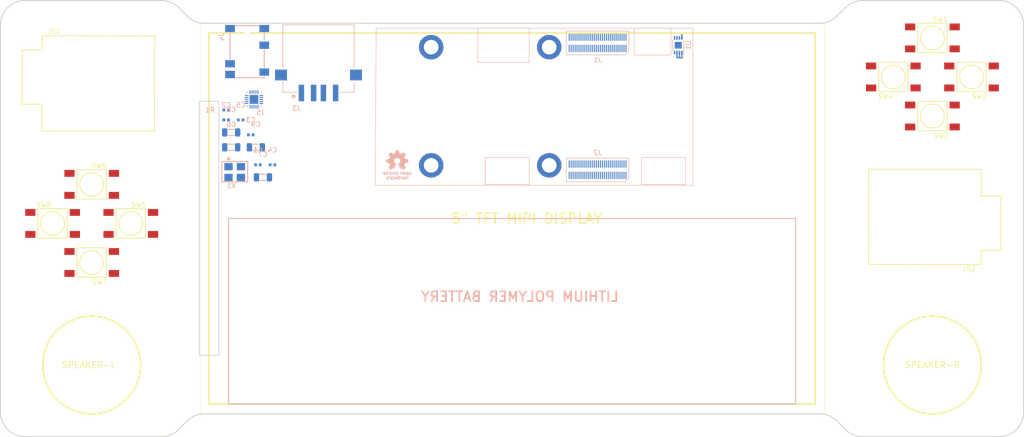
<source format=kicad_pcb>
(kicad_pcb (version 20171130) (host pcbnew "(5.1.8)-1")

  (general
    (thickness 1.6)
    (drawings 86)
    (tracks 8)
    (zones 0)
    (modules 32)
    (nets 154)
  )

  (page A)
  (title_block
    (title kimchi_ulid)
    (date 2019-12-15)
    (rev v0.1)
    (company GroupGets)
  )

  (layers
    (0 F.Cu signal)
    (1 In1.Cu power)
    (2 In2.Cu power)
    (31 B.Cu signal)
    (32 B.Adhes user)
    (33 F.Adhes user)
    (34 B.Paste user)
    (35 F.Paste user)
    (36 B.SilkS user)
    (37 F.SilkS user)
    (38 B.Mask user)
    (39 F.Mask user)
    (40 Dwgs.User user)
    (41 Cmts.User user)
    (42 Eco1.User user)
    (43 Eco2.User user)
    (44 Edge.Cuts user)
    (45 Margin user)
    (46 B.CrtYd user)
    (47 F.CrtYd user)
    (48 B.Fab user hide)
    (49 F.Fab user hide)
  )

  (setup
    (last_trace_width 0.127)
    (user_trace_width 0.0762)
    (user_trace_width 0.0889)
    (user_trace_width 0.091186)
    (user_trace_width 0.101346)
    (user_trace_width 0.1016)
    (user_trace_width 0.10668)
    (user_trace_width 0.121666)
    (user_trace_width 0.12192)
    (user_trace_width 0.126746)
    (user_trace_width 0.127)
    (user_trace_width 0.1397)
    (user_trace_width 0.15)
    (user_trace_width 0.2)
    (user_trace_width 0.254)
    (user_trace_width 0.3)
    (user_trace_width 0.35)
    (user_trace_width 0.4)
    (user_trace_width 0.5)
    (user_trace_width 0.75)
    (user_trace_width 1)
    (trace_clearance 0.127)
    (zone_clearance 0.127)
    (zone_45_only yes)
    (trace_min 0.0762)
    (via_size 0.4572)
    (via_drill 0.254)
    (via_min_size 0.3048)
    (via_min_drill 0.1016)
    (user_via 0.4 0.2)
    (user_via 0.4064 0.2)
    (user_via 0.4572 0.254)
    (user_via 0.5 0.3)
    (user_via 0.6 0.2)
    (user_via 0.7 0.4)
    (user_via 1 0.4)
    (uvia_size 0.4572)
    (uvia_drill 0.254)
    (uvias_allowed no)
    (uvia_min_size 0.2)
    (uvia_min_drill 0.1)
    (edge_width 0.15)
    (segment_width 0.2)
    (pcb_text_width 0.3)
    (pcb_text_size 1.5 1.5)
    (mod_edge_width 0.1)
    (mod_text_size 0.5 0.5)
    (mod_text_width 0.1)
    (pad_size 6.4 6.4)
    (pad_drill 3.2)
    (pad_to_mask_clearance 0.0508)
    (solder_mask_min_width 0.1016)
    (aux_axis_origin 107 126)
    (grid_origin 107 126)
    (visible_elements 7FFFFFFF)
    (pcbplotparams
      (layerselection 0x20000_7fffff80)
      (usegerberextensions true)
      (usegerberattributes false)
      (usegerberadvancedattributes false)
      (creategerberjobfile false)
      (excludeedgelayer false)
      (linewidth 0.100000)
      (plotframeref false)
      (viasonmask false)
      (mode 1)
      (useauxorigin false)
      (hpglpennumber 1)
      (hpglpenspeed 20)
      (hpglpendiameter 15.000000)
      (psnegative false)
      (psa4output false)
      (plotreference true)
      (plotvalue false)
      (plotinvisibletext false)
      (padsonsilk false)
      (subtractmaskfromsilk false)
      (outputformat 4)
      (mirror false)
      (drillshape 0)
      (scaleselection 1)
      (outputdirectory "gerber"))
  )

  (net 0 "")
  (net 1 GND)
  (net 2 VDD_5V)
  (net 3 VDD_1V8)
  (net 4 VDD_3V3)
  (net 5 I2C4_SCL)
  (net 6 I2C4_SDA)
  (net 7 /DISP_CK_P)
  (net 8 /DISP_D2_N)
  (net 9 /DISP_D2_P)
  (net 10 /DISP_D3_N)
  (net 11 /DISP_D3_P)
  (net 12 ECSPI2_MISO)
  (net 13 /CAM_D0_N)
  (net 14 ECSPI2_MOSI)
  (net 15 /CAM_D0_P)
  (net 16 ECSPI2_SS0)
  (net 17 /CAM_D1_N)
  (net 18 ECSPI2_SCLK)
  (net 19 /CAM_D1_P)
  (net 20 ECSPI1_MISO)
  (net 21 /CAM_CK_N)
  (net 22 ECSPI1_MOSI)
  (net 23 /CAM_CK_P)
  (net 24 ECSPI1_SS0)
  (net 25 /CAM_D2_N)
  (net 26 ECSPI1_SCLK)
  (net 27 /CAM_D2_P)
  (net 28 I2C1_SCL)
  (net 29 /CAM_D3_N)
  (net 30 I2C1_SDA)
  (net 31 /CAM_D3_P)
  (net 32 I2C2_SCL)
  (net 33 I2C2_SDA)
  (net 34 UIM_VPP)
  (net 35 I2C3_SCL)
  (net 36 UIM_RESET_N)
  (net 37 I2C3_SDA)
  (net 38 UIM_CLK)
  (net 39 UIM_DATA)
  (net 40 UIM_PWR)
  (net 41 USB2_VBUS)
  (net 42 USB2_ID)
  (net 43 USB2_DN)
  (net 44 USB2_DP)
  (net 45 /DISP_D0_N)
  (net 46 /DISP_D0_P)
  (net 47 /DISP_D1_N)
  (net 48 /DISP_D1_P)
  (net 49 /USDHC3_DATA2)
  (net 50 /DISP_CK_N)
  (net 51 /USDHC3_DATA1)
  (net 52 /USDHC3_DATA0)
  (net 53 /USDHC3_DATA3)
  (net 54 /USDHC3_CLK)
  (net 55 /USDHC3_CMD)
  (net 56 SAI3_TXFS)
  (net 57 SAI3_MCLK)
  (net 58 GPIO1[0])
  (net 59 GPIO1[1])
  (net 60 GPIO1[9])
  (net 61 GPIO1[10])
  (net 62 GPIO1[11])
  (net 63 GPIO1[12])
  (net 64 UART1_TX)
  (net 65 GPIO1[13])
  (net 66 UART1_RX)
  (net 67 GPIO1[14])
  (net 68 UART3_TX)
  (net 69 GPIO1[15])
  (net 70 UART3_RX)
  (net 71 SAI2_RXFS)
  (net 72 SAI2_MCLK)
  (net 73 SAI2_TXC)
  (net 74 SAI2_TXD0)
  (net 75 SAI2_RXC)
  (net 76 SAI2_TXFS)
  (net 77 SAI2_RXD0)
  (net 78 /ENET_TXC)
  (net 79 /ENET_TX_CTL)
  (net 80 "Net-(J2-Pad58)")
  (net 81 /ENET_TD2)
  (net 82 PCIE_USB_D_P)
  (net 83 /ENET_TD3)
  (net 84 PCIE_USB_D_N)
  (net 85 /ENET_TD0)
  (net 86 SAI3_TXC)
  (net 87 /ENET_TD1)
  (net 88 SAI3_TXD)
  (net 89 /ENET_RX_CTL)
  (net 90 SAI3_RXD)
  (net 91 /ENET_RXC)
  (net 92 SAI3_RXFS)
  (net 93 /ENET_RD0)
  (net 94 SAI3_RXC)
  (net 95 /ENET_RD2)
  (net 96 /ENET_RD1)
  (net 97 /ENET_RD3)
  (net 98 /ENET_MDC)
  (net 99 /ENET_MDIO)
  (net 100 "Net-(SW1-Pad4)")
  (net 101 "Net-(SW1-Pad3)")
  (net 102 "Net-(SW1-Pad2)")
  (net 103 "Net-(SW1-Pad1)")
  (net 104 "Net-(SW2-Pad4)")
  (net 105 "Net-(SW2-Pad3)")
  (net 106 "Net-(SW2-Pad2)")
  (net 107 "Net-(SW2-Pad1)")
  (net 108 "Net-(SW3-Pad4)")
  (net 109 "Net-(SW3-Pad3)")
  (net 110 "Net-(SW3-Pad2)")
  (net 111 "Net-(SW3-Pad1)")
  (net 112 "Net-(SW4-Pad4)")
  (net 113 "Net-(SW4-Pad3)")
  (net 114 "Net-(SW4-Pad2)")
  (net 115 "Net-(SW4-Pad1)")
  (net 116 "Net-(SW5-Pad4)")
  (net 117 "Net-(SW5-Pad3)")
  (net 118 "Net-(SW5-Pad2)")
  (net 119 "Net-(SW5-Pad1)")
  (net 120 "Net-(SW6-Pad4)")
  (net 121 "Net-(SW6-Pad3)")
  (net 122 "Net-(SW6-Pad2)")
  (net 123 "Net-(SW6-Pad1)")
  (net 124 "Net-(SW7-Pad4)")
  (net 125 "Net-(SW7-Pad3)")
  (net 126 "Net-(SW7-Pad2)")
  (net 127 "Net-(SW7-Pad1)")
  (net 128 "Net-(SW8-Pad4)")
  (net 129 "Net-(SW8-Pad3)")
  (net 130 "Net-(SW8-Pad2)")
  (net 131 "Net-(SW8-Pad1)")
  (net 132 "Net-(J5-Pad19)")
  (net 133 "Net-(J5-Pad18)")
  (net 134 "Net-(J5-Pad17)")
  (net 135 "Net-(J5-Pad16)")
  (net 136 "Net-(J5-Pad15)")
  (net 137 "Net-(J5-Pad14)")
  (net 138 "Net-(J5-Pad13)")
  (net 139 "Net-(J5-Pad9)")
  (net 140 "Net-(J5-Pad8)")
  (net 141 "Net-(C2-Pad1)")
  (net 142 "Net-(C6-Pad2)")
  (net 143 MIC_IN)
  (net 144 MIC_BIAS)
  (net 145 SPEAKER_L)
  (net 146 "Net-(C8-Pad1)")
  (net 147 SPEAKER_R)
  (net 148 "Net-(C9-Pad1)")
  (net 149 HPOUT_R)
  (net 150 HPOUT_L)
  (net 151 "Net-(X1-Pad1)")
  (net 152 "Net-(J4-Pad3)")
  (net 153 "Net-(J4-Pad2)")

  (net_class Default "This is the default net class."
    (clearance 0.127)
    (trace_width 0.127)
    (via_dia 0.4572)
    (via_drill 0.254)
    (uvia_dia 0.4572)
    (uvia_drill 0.254)
    (diff_pair_width 0.127)
    (diff_pair_gap 0.127)
    (add_net /CAM_CK_N)
    (add_net /CAM_CK_P)
    (add_net /CAM_D0_N)
    (add_net /CAM_D0_P)
    (add_net /CAM_D1_N)
    (add_net /CAM_D1_P)
    (add_net /CAM_D2_N)
    (add_net /CAM_D2_P)
    (add_net /CAM_D3_N)
    (add_net /CAM_D3_P)
    (add_net /DISP_CK_N)
    (add_net /DISP_CK_P)
    (add_net /DISP_D0_N)
    (add_net /DISP_D0_P)
    (add_net /DISP_D1_N)
    (add_net /DISP_D1_P)
    (add_net /DISP_D2_N)
    (add_net /DISP_D2_P)
    (add_net /DISP_D3_N)
    (add_net /DISP_D3_P)
    (add_net /ENET_MDC)
    (add_net /ENET_MDIO)
    (add_net /ENET_RD0)
    (add_net /ENET_RD1)
    (add_net /ENET_RD2)
    (add_net /ENET_RD3)
    (add_net /ENET_RXC)
    (add_net /ENET_RX_CTL)
    (add_net /ENET_TD0)
    (add_net /ENET_TD1)
    (add_net /ENET_TD2)
    (add_net /ENET_TD3)
    (add_net /ENET_TXC)
    (add_net /ENET_TX_CTL)
    (add_net /USDHC3_CLK)
    (add_net /USDHC3_CMD)
    (add_net /USDHC3_DATA0)
    (add_net /USDHC3_DATA1)
    (add_net /USDHC3_DATA2)
    (add_net /USDHC3_DATA3)
    (add_net ECSPI1_MISO)
    (add_net ECSPI1_MOSI)
    (add_net ECSPI1_SCLK)
    (add_net ECSPI1_SS0)
    (add_net ECSPI2_MISO)
    (add_net ECSPI2_MOSI)
    (add_net ECSPI2_SCLK)
    (add_net ECSPI2_SS0)
    (add_net GND)
    (add_net GPIO1[0])
    (add_net GPIO1[10])
    (add_net GPIO1[11])
    (add_net GPIO1[12])
    (add_net GPIO1[13])
    (add_net GPIO1[14])
    (add_net GPIO1[15])
    (add_net GPIO1[1])
    (add_net GPIO1[9])
    (add_net HPOUT_L)
    (add_net HPOUT_R)
    (add_net I2C1_SCL)
    (add_net I2C1_SDA)
    (add_net I2C2_SCL)
    (add_net I2C2_SDA)
    (add_net I2C3_SCL)
    (add_net I2C3_SDA)
    (add_net I2C4_SCL)
    (add_net I2C4_SDA)
    (add_net MIC_BIAS)
    (add_net MIC_IN)
    (add_net "Net-(C2-Pad1)")
    (add_net "Net-(C6-Pad2)")
    (add_net "Net-(C8-Pad1)")
    (add_net "Net-(C9-Pad1)")
    (add_net "Net-(J2-Pad58)")
    (add_net "Net-(J4-Pad2)")
    (add_net "Net-(J4-Pad3)")
    (add_net "Net-(J5-Pad13)")
    (add_net "Net-(J5-Pad14)")
    (add_net "Net-(J5-Pad15)")
    (add_net "Net-(J5-Pad16)")
    (add_net "Net-(J5-Pad17)")
    (add_net "Net-(J5-Pad18)")
    (add_net "Net-(J5-Pad19)")
    (add_net "Net-(J5-Pad8)")
    (add_net "Net-(J5-Pad9)")
    (add_net "Net-(SW1-Pad1)")
    (add_net "Net-(SW1-Pad2)")
    (add_net "Net-(SW1-Pad3)")
    (add_net "Net-(SW1-Pad4)")
    (add_net "Net-(SW2-Pad1)")
    (add_net "Net-(SW2-Pad2)")
    (add_net "Net-(SW2-Pad3)")
    (add_net "Net-(SW2-Pad4)")
    (add_net "Net-(SW3-Pad1)")
    (add_net "Net-(SW3-Pad2)")
    (add_net "Net-(SW3-Pad3)")
    (add_net "Net-(SW3-Pad4)")
    (add_net "Net-(SW4-Pad1)")
    (add_net "Net-(SW4-Pad2)")
    (add_net "Net-(SW4-Pad3)")
    (add_net "Net-(SW4-Pad4)")
    (add_net "Net-(SW5-Pad1)")
    (add_net "Net-(SW5-Pad2)")
    (add_net "Net-(SW5-Pad3)")
    (add_net "Net-(SW5-Pad4)")
    (add_net "Net-(SW6-Pad1)")
    (add_net "Net-(SW6-Pad2)")
    (add_net "Net-(SW6-Pad3)")
    (add_net "Net-(SW6-Pad4)")
    (add_net "Net-(SW7-Pad1)")
    (add_net "Net-(SW7-Pad2)")
    (add_net "Net-(SW7-Pad3)")
    (add_net "Net-(SW7-Pad4)")
    (add_net "Net-(SW8-Pad1)")
    (add_net "Net-(SW8-Pad2)")
    (add_net "Net-(SW8-Pad3)")
    (add_net "Net-(SW8-Pad4)")
    (add_net "Net-(X1-Pad1)")
    (add_net PCIE_USB_D_N)
    (add_net PCIE_USB_D_P)
    (add_net SAI2_MCLK)
    (add_net SAI2_RXC)
    (add_net SAI2_RXD0)
    (add_net SAI2_RXFS)
    (add_net SAI2_TXC)
    (add_net SAI2_TXD0)
    (add_net SAI2_TXFS)
    (add_net SAI3_MCLK)
    (add_net SAI3_RXC)
    (add_net SAI3_RXD)
    (add_net SAI3_RXFS)
    (add_net SAI3_TXC)
    (add_net SAI3_TXD)
    (add_net SAI3_TXFS)
    (add_net SPEAKER_L)
    (add_net SPEAKER_R)
    (add_net UART1_RX)
    (add_net UART1_TX)
    (add_net UART3_RX)
    (add_net UART3_TX)
    (add_net UIM_CLK)
    (add_net UIM_DATA)
    (add_net UIM_PWR)
    (add_net UIM_RESET_N)
    (add_net UIM_VPP)
    (add_net USB2_DN)
    (add_net USB2_DP)
    (add_net USB2_ID)
    (add_net USB2_VBUS)
    (add_net VDD_1V8)
    (add_net VDD_3V3)
    (add_net VDD_5V)
  )

  (net_class CSI/DSI ""
    (clearance 0.127)
    (trace_width 0.121666)
    (via_dia 0.4)
    (via_drill 0.2)
    (uvia_dia 0.3)
    (uvia_drill 0.1)
    (diff_pair_width 0.086106)
    (diff_pair_gap 0.10414)
  )

  (net_class PCIE ""
    (clearance 0.127)
    (trace_width 0.121666)
    (via_dia 0.4)
    (via_drill 0.2)
    (uvia_dia 0.3)
    (uvia_drill 0.1)
    (diff_pair_width 0.126746)
    (diff_pair_gap 0.1016)
  )

  (net_class USB ""
    (clearance 0.127)
    (trace_width 0.121666)
    (via_dia 0.4)
    (via_drill 0.2)
    (uvia_dia 0.3)
    (uvia_drill 0.1)
    (diff_pair_width 0.101346)
    (diff_pair_gap 0.0889)
  )

  (module kimchi_ulid:54-00177 (layer B.Cu) (tedit 5FD2DCDA) (tstamp 5FD2F5CF)
    (at 80.8 69 270)
    (path /5FEB7165)
    (fp_text reference J4 (at 3.8 5.2 90) (layer B.SilkS)
      (effects (font (size 1 1) (thickness 0.15)) (justify mirror))
    )
    (fp_text value 54-00177 (at 7.25 -5.35 90) (layer B.Fab)
      (effects (font (size 1 1) (thickness 0.15)) (justify mirror))
    )
    (fp_line (start 3 -3.5) (end 4.5 -3.5) (layer B.SilkS) (width 0.2))
    (fp_line (start 6.4 -3.5) (end 10.1 -3.5) (layer B.SilkS) (width 0.2))
    (fp_line (start 3 3.5) (end 8.4 3.5) (layer B.SilkS) (width 0.2))
    (fp_line (start 1.5 -2.35) (end 1.5 2.35) (layer B.SilkS) (width 0.2))
    (fp_line (start 12.15 -3.5) (end 12.15 2.35) (layer B.SilkS) (width 0.2))
    (fp_line (start 12.15 -3.5) (end 11.9 -3.5) (layer B.SilkS) (width 0.2))
    (pad "" np_thru_hole circle (at 9.5 0 270) (size 1.5 1.5) (drill 1.5) (layers *.Cu *.Mask))
    (pad "" np_thru_hole circle (at 2.5 0 270) (size 1.5 1.5) (drill 1.5) (layers *.Cu *.Mask))
    (pad 6 smd rect (at 11 -3.5 270) (size 1.5 2) (layers B.Cu B.Paste B.Mask)
      (net 149 HPOUT_R))
    (pad 5 smd rect (at 11.5 3.5 270) (size 1.5 2) (layers B.Cu B.Paste B.Mask)
      (net 142 "Net-(C6-Pad2)"))
    (pad 4 smd rect (at 9.3 3.5 270) (size 1.5 2) (layers B.Cu B.Paste B.Mask)
      (net 1 GND))
    (pad 3 smd rect (at 5.5 -3.5 270) (size 1.5 2) (layers B.Cu B.Paste B.Mask)
      (net 152 "Net-(J4-Pad3)"))
    (pad 2 smd rect (at 2.1 3.5 270) (size 1.5 2) (layers B.Cu B.Paste B.Mask)
      (net 153 "Net-(J4-Pad2)"))
    (pad 1 smd rect (at 2.1 -3.5 270) (size 1.5 2) (layers B.Cu B.Paste B.Mask)
      (net 150 HPOUT_L))
    (model ${KIPRJMOD}/3D/54-00177.STEP
      (offset (xyz 12 0 2.5))
      (scale (xyz 1 1 1))
      (rotate (xyz -90 0 90))
    )
  )

  (module kimchi_ulid:ASFL1 (layer B.Cu) (tedit 5FD2B7CF) (tstamp 5FD2DE9B)
    (at 78.26 100.483)
    (path /5FE366F5)
    (fp_text reference X1 (at -0.7 2.8) (layer B.SilkS)
      (effects (font (size 1 1) (thickness 0.15)) (justify mirror))
    )
    (fp_text value ASFL1-12.288MHZ-EC-T (at 1.85 -2.95) (layer B.Fab)
      (effects (font (size 1 1) (thickness 0.15)) (justify mirror))
    )
    (fp_circle (center -1.25 -2.7) (end -1.069722 -2.7) (layer B.SilkS) (width 0.35))
    (fp_line (start -2.65 2) (end 2.55 2) (layer B.SilkS) (width 0.2))
    (fp_line (start -2.65 -2.15) (end -2.65 2) (layer B.SilkS) (width 0.2))
    (fp_line (start 2.65 -2.15) (end -2.65 -2.15) (layer B.SilkS) (width 0.2))
    (fp_line (start 2.65 2) (end 2.65 -2.15) (layer B.SilkS) (width 0.2))
    (pad 4 smd rect (at -1.27 1.1) (size 1.7 1.5) (layers B.Cu B.Paste B.Mask)
      (net 4 VDD_3V3))
    (pad 3 smd rect (at 1.27 1.1) (size 1.7 1.5) (layers B.Cu B.Paste B.Mask)
      (net 138 "Net-(J5-Pad13)"))
    (pad 2 smd rect (at 1.27 -1.1) (size 1.7 1.5) (layers B.Cu B.Paste B.Mask)
      (net 1 GND))
    (pad 1 smd rect (at -1.27 -1.1) (size 1.7 1.5) (layers B.Cu B.Paste B.Mask)
      (net 151 "Net-(X1-Pad1)"))
    (model ${KIPRJMOD}/3D/ASFL1.STEP
      (offset (xyz 0 0 0.4))
      (scale (xyz 1 1 1))
      (rotate (xyz 0 0 0))
    )
  )

  (module AVR-KiCAD-Lib-Resistors:R0402 (layer B.Cu) (tedit 582AA938) (tstamp 5FD2DD96)
    (at 76.5 87.765)
    (path /5FD79552)
    (fp_text reference R1 (at -3.302 0) (layer B.SilkS)
      (effects (font (size 1 1) (thickness 0.15)) (justify mirror))
    )
    (fp_text value RC0402JR-072K2L (at 0 1.524) (layer B.Fab)
      (effects (font (size 1 1) (thickness 0.15)) (justify mirror))
    )
    (fp_line (start -0.127 0.254) (end 0.127 0.254) (layer B.SilkS) (width 0.1))
    (fp_line (start -0.127 -0.254) (end 0.127 -0.254) (layer B.SilkS) (width 0.1))
    (fp_line (start -0.965 -0.508) (end 0.965 -0.508) (layer Dwgs.User) (width 0.05))
    (fp_line (start -0.965 0.483) (end -0.965 -0.508) (layer Dwgs.User) (width 0.05))
    (fp_line (start 0.965 0.483) (end 0.965 -0.508) (layer Dwgs.User) (width 0.05))
    (fp_line (start -0.965 0.483) (end 0.965 0.483) (layer Dwgs.User) (width 0.05))
    (fp_line (start 0 0.127) (end 0 -0.127) (layer Dwgs.User) (width 0.05))
    (fp_line (start -0.127 0) (end 0.127 0) (layer Dwgs.User) (width 0.05))
    (fp_line (start 0.5 0.29) (end -0.5 0.29) (layer Eco1.User) (width 0.05))
    (fp_line (start 0.5 -0.29) (end 0.5 0.29) (layer Eco1.User) (width 0.05))
    (fp_line (start -0.5 -0.29) (end 0.5 -0.29) (layer Eco1.User) (width 0.05))
    (fp_line (start -0.5 0.29) (end -0.5 -0.29) (layer Eco1.User) (width 0.05))
    (pad 1 smd roundrect (at -0.483 0) (size 0.559 0.61) (layers B.Cu B.Paste B.Mask) (roundrect_rratio 0.25)
      (net 144 MIC_BIAS) (solder_mask_margin 0.102))
    (pad 2 smd roundrect (at 0.483 0) (size 0.559 0.61) (layers B.Cu B.Paste B.Mask) (roundrect_rratio 0.25)
      (net 142 "Net-(C6-Pad2)") (solder_mask_margin 0.102))
    (model C:/Users/adam/Documents/GitHub/footprints/3D/STEP/RES0402.stp
      (at (xyz 0 0 0))
      (scale (xyz 1 1 1))
      (rotate (xyz 0 0 0))
    )
  )

  (module kimchi_ulid:TE_1-292303-6 (layer B.Cu) (tedit 5FD2BF8A) (tstamp 5FD2DCC6)
    (at 95.4 76.6)
    (path /5FE93F3D)
    (fp_text reference J3 (at -4.45054 10.80849) (layer B.SilkS)
      (effects (font (size 1 1) (thickness 0.15)) (justify mirror))
    )
    (fp_text value 1-292303-6 (at 0.635575 -8.262185) (layer B.Fab)
      (effects (font (size 1 1) (thickness 0.15)) (justify mirror))
    )
    (fp_line (start -7.3 7.53) (end 7.3 7.53) (layer B.Fab) (width 0.127))
    (fp_line (start 7.3 7.53) (end 7.3 -6.28) (layer B.Fab) (width 0.127))
    (fp_line (start 7.3 -6.28) (end -7.3 -6.28) (layer B.Fab) (width 0.127))
    (fp_line (start -7.3 -6.28) (end -7.3 7.53) (layer B.Fab) (width 0.127))
    (fp_line (start -7.3 5.4) (end -7.3 7.53) (layer B.SilkS) (width 0.127))
    (fp_line (start -7.3 7.53) (end -4.4 7.53) (layer B.SilkS) (width 0.127))
    (fp_line (start 4.4 7.53) (end 7.3 7.53) (layer B.SilkS) (width 0.127))
    (fp_line (start 7.3 5.4) (end 7.3 7.53) (layer B.SilkS) (width 0.127))
    (fp_line (start -7.3 2.6) (end -7.3 -6.28) (layer B.SilkS) (width 0.127))
    (fp_line (start -7.3 -6.28) (end 7.3 -6.28) (layer B.SilkS) (width 0.127))
    (fp_line (start 7.3 -6.28) (end 7.3 2.6) (layer B.SilkS) (width 0.127))
    (fp_line (start -7.55 7.78) (end -4.31 7.78) (layer B.CrtYd) (width 0.05))
    (fp_line (start -4.31 7.78) (end -4.31 9.625) (layer B.CrtYd) (width 0.05))
    (fp_line (start -4.31 9.625) (end 4.31 9.625) (layer B.CrtYd) (width 0.05))
    (fp_line (start 4.31 9.625) (end 4.31 7.78) (layer B.CrtYd) (width 0.05))
    (fp_line (start 4.31 7.78) (end 7.55 7.78) (layer B.CrtYd) (width 0.05))
    (fp_line (start 7.55 7.78) (end 7.55 5.36) (layer B.CrtYd) (width 0.05))
    (fp_line (start 7.55 5.36) (end 9.14 5.36) (layer B.CrtYd) (width 0.05))
    (fp_line (start 9.14 5.36) (end 9.14 2.64) (layer B.CrtYd) (width 0.05))
    (fp_line (start 9.14 2.64) (end 7.55 2.64) (layer B.CrtYd) (width 0.05))
    (fp_line (start 7.55 2.64) (end 7.55 -6.53) (layer B.CrtYd) (width 0.05))
    (fp_line (start 7.55 -6.53) (end -7.55 -6.53) (layer B.CrtYd) (width 0.05))
    (fp_line (start -7.55 -6.53) (end -7.55 2.64) (layer B.CrtYd) (width 0.05))
    (fp_line (start -7.55 2.64) (end -9.14 2.64) (layer B.CrtYd) (width 0.05))
    (fp_line (start -9.14 2.64) (end -9.14 5.36) (layer B.CrtYd) (width 0.05))
    (fp_line (start -9.14 5.36) (end -7.55 5.36) (layer B.CrtYd) (width 0.05))
    (fp_line (start -7.55 5.36) (end -7.55 7.78) (layer B.CrtYd) (width 0.05))
    (fp_circle (center -5.1 8.4) (end -5 8.4) (layer B.SilkS) (width 0.3))
    (fp_circle (center -5.1 8.4) (end -5 8.4) (layer B.Fab) (width 0.3))
    (pad None np_thru_hole circle (at 4.06 0) (size 1.1 1.1) (drill 1.1) (layers *.Cu *.Mask))
    (pad None np_thru_hole circle (at -4.06 0) (size 1.1 1.1) (drill 1.1) (layers *.Cu *.Mask))
    (pad SH2 smd rect (at 7.67 4) (size 2.44 2.22) (layers B.Cu B.Paste B.Mask)
      (net 1 GND))
    (pad SH1 smd rect (at -7.67 4) (size 2.44 2.22) (layers B.Cu B.Paste B.Mask)
      (net 1 GND))
    (pad 4 smd rect (at 3.5 7.68) (size 1.12 3.39) (layers B.Cu B.Paste B.Mask)
      (net 1 GND))
    (pad 1 smd rect (at -3.5 7.68) (size 1.12 3.39) (layers B.Cu B.Paste B.Mask)
      (net 41 USB2_VBUS))
    (pad 3 smd rect (at 1 7.68) (size 1.12 3.39) (layers B.Cu B.Paste B.Mask)
      (net 44 USB2_DP))
    (pad 2 smd rect (at -1 7.68) (size 1.12 3.39) (layers B.Cu B.Paste B.Mask)
      (net 43 USB2_DN))
    (model ${KIPRJMOD}/3D/1-292303-6.stp
      (offset (xyz 0 -6.25 4.1))
      (scale (xyz 1 1 1))
      (rotate (xyz -90 0 0))
    )
  )

  (module kimchi_ulid:C1206 (layer B.Cu) (tedit 57D73A6E) (tstamp 5FD2DB45)
    (at 82.585 95.408)
    (path /5FD5E744)
    (fp_text reference C9 (at 0 -4.699) (layer B.SilkS)
      (effects (font (size 1 1) (thickness 0.15)) (justify mirror))
    )
    (fp_text value T491A105K010AT (at 0 3.429) (layer B.Fab) hide
      (effects (font (size 1 1) (thickness 0.15)) (justify mirror))
    )
    (fp_line (start -0.635 0.635) (end 0.635 0.635) (layer B.SilkS) (width 0.2))
    (fp_line (start 0.635 -0.635) (end -0.635 -0.635) (layer B.SilkS) (width 0.2))
    (fp_line (start 0 0.381) (end 0 -0.381) (layer Dwgs.User) (width 0.05))
    (fp_line (start 0.381 0) (end -0.381 0) (layer Dwgs.User) (width 0.05))
    (fp_line (start -2 -1) (end -2 1) (layer Dwgs.User) (width 0.05))
    (fp_line (start 2 -1) (end -2 -1) (layer Dwgs.User) (width 0.05))
    (fp_line (start 2 1) (end 2 -1) (layer Dwgs.User) (width 0.05))
    (fp_line (start -2 1) (end 2 1) (layer Dwgs.User) (width 0.05))
    (fp_line (start -1.675 0.875) (end 1.675 0.875) (layer Eco1.User) (width 0.05))
    (fp_line (start -1.675 -0.875) (end -1.675 0.875) (layer Eco1.User) (width 0.05))
    (fp_line (start 1.675 -0.875) (end -1.675 -0.875) (layer Eco1.User) (width 0.05))
    (fp_line (start 1.675 0.875) (end 1.675 -0.875) (layer Eco1.User) (width 0.05))
    (pad 2 smd roundrect (at 1.325 0) (size 1.1 1.7) (layers B.Cu B.Paste B.Mask) (roundrect_rratio 0.25)
      (net 147 SPEAKER_R) (solder_mask_margin 0.102))
    (pad 1 smd roundrect (at -1.325 0) (size 1.1 1.7) (layers B.Cu B.Paste B.Mask) (roundrect_rratio 0.25)
      (net 148 "Net-(C9-Pad1)") (solder_mask_margin 0.102))
    (model C:/Users/adam/Documents/GitHub/footprints/3D/STEP/CAPC-1206-T0.95-BN.stp
      (at (xyz 0 0 0))
      (scale (xyz 1 1 1))
      (rotate (xyz 0 0 0))
    )
  )

  (module kimchi_ulid:C1206 (layer B.Cu) (tedit 57D73A6E) (tstamp 5FD2DB33)
    (at 77.535 92.358)
    (path /5FD58847)
    (fp_text reference C8 (at 0 -4.699) (layer B.SilkS)
      (effects (font (size 1 1) (thickness 0.15)) (justify mirror))
    )
    (fp_text value T491A105K010AT (at 0 3.429) (layer B.Fab) hide
      (effects (font (size 1 1) (thickness 0.15)) (justify mirror))
    )
    (fp_line (start -0.635 0.635) (end 0.635 0.635) (layer B.SilkS) (width 0.2))
    (fp_line (start 0.635 -0.635) (end -0.635 -0.635) (layer B.SilkS) (width 0.2))
    (fp_line (start 0 0.381) (end 0 -0.381) (layer Dwgs.User) (width 0.05))
    (fp_line (start 0.381 0) (end -0.381 0) (layer Dwgs.User) (width 0.05))
    (fp_line (start -2 -1) (end -2 1) (layer Dwgs.User) (width 0.05))
    (fp_line (start 2 -1) (end -2 -1) (layer Dwgs.User) (width 0.05))
    (fp_line (start 2 1) (end 2 -1) (layer Dwgs.User) (width 0.05))
    (fp_line (start -2 1) (end 2 1) (layer Dwgs.User) (width 0.05))
    (fp_line (start -1.675 0.875) (end 1.675 0.875) (layer Eco1.User) (width 0.05))
    (fp_line (start -1.675 -0.875) (end -1.675 0.875) (layer Eco1.User) (width 0.05))
    (fp_line (start 1.675 -0.875) (end -1.675 -0.875) (layer Eco1.User) (width 0.05))
    (fp_line (start 1.675 0.875) (end 1.675 -0.875) (layer Eco1.User) (width 0.05))
    (pad 2 smd roundrect (at 1.325 0) (size 1.1 1.7) (layers B.Cu B.Paste B.Mask) (roundrect_rratio 0.25)
      (net 145 SPEAKER_L) (solder_mask_margin 0.102))
    (pad 1 smd roundrect (at -1.325 0) (size 1.1 1.7) (layers B.Cu B.Paste B.Mask) (roundrect_rratio 0.25)
      (net 146 "Net-(C8-Pad1)") (solder_mask_margin 0.102))
    (model C:/Users/adam/Documents/GitHub/footprints/3D/STEP/CAPC-1206-T0.95-BN.stp
      (at (xyz 0 0 0))
      (scale (xyz 1 1 1))
      (rotate (xyz 0 0 0))
    )
  )

  (module kimchi_ulid:C1206 (layer B.Cu) (tedit 57D73A6E) (tstamp 5FD2DB21)
    (at 84.035 101.558)
    (path /5FD5E92B)
    (fp_text reference C7 (at 0 -4.699) (layer B.SilkS)
      (effects (font (size 1 1) (thickness 0.15)) (justify mirror))
    )
    (fp_text value T491A105K010AT (at 0 3.429) (layer B.Fab) hide
      (effects (font (size 1 1) (thickness 0.15)) (justify mirror))
    )
    (fp_line (start -0.635 0.635) (end 0.635 0.635) (layer B.SilkS) (width 0.2))
    (fp_line (start 0.635 -0.635) (end -0.635 -0.635) (layer B.SilkS) (width 0.2))
    (fp_line (start 0 0.381) (end 0 -0.381) (layer Dwgs.User) (width 0.05))
    (fp_line (start 0.381 0) (end -0.381 0) (layer Dwgs.User) (width 0.05))
    (fp_line (start -2 -1) (end -2 1) (layer Dwgs.User) (width 0.05))
    (fp_line (start 2 -1) (end -2 -1) (layer Dwgs.User) (width 0.05))
    (fp_line (start 2 1) (end 2 -1) (layer Dwgs.User) (width 0.05))
    (fp_line (start -2 1) (end 2 1) (layer Dwgs.User) (width 0.05))
    (fp_line (start -1.675 0.875) (end 1.675 0.875) (layer Eco1.User) (width 0.05))
    (fp_line (start -1.675 -0.875) (end -1.675 0.875) (layer Eco1.User) (width 0.05))
    (fp_line (start 1.675 -0.875) (end -1.675 -0.875) (layer Eco1.User) (width 0.05))
    (fp_line (start 1.675 0.875) (end 1.675 -0.875) (layer Eco1.User) (width 0.05))
    (pad 2 smd roundrect (at 1.325 0) (size 1.1 1.7) (layers B.Cu B.Paste B.Mask) (roundrect_rratio 0.25)
      (net 1 GND) (solder_mask_margin 0.102))
    (pad 1 smd roundrect (at -1.325 0) (size 1.1 1.7) (layers B.Cu B.Paste B.Mask) (roundrect_rratio 0.25)
      (net 144 MIC_BIAS) (solder_mask_margin 0.102))
    (model C:/Users/adam/Documents/GitHub/footprints/3D/STEP/CAPC-1206-T0.95-BN.stp
      (at (xyz 0 0 0))
      (scale (xyz 1 1 1))
      (rotate (xyz 0 0 0))
    )
  )

  (module kimchi_ulid:C1206 (layer B.Cu) (tedit 57D73A6E) (tstamp 5FD2DB0F)
    (at 77.535 95.408)
    (path /5FD1E332)
    (fp_text reference C6 (at 0 -4.699) (layer B.SilkS)
      (effects (font (size 1 1) (thickness 0.15)) (justify mirror))
    )
    (fp_text value T491A105K010AT (at 0 3.429) (layer B.Fab) hide
      (effects (font (size 1 1) (thickness 0.15)) (justify mirror))
    )
    (fp_line (start -0.635 0.635) (end 0.635 0.635) (layer B.SilkS) (width 0.2))
    (fp_line (start 0.635 -0.635) (end -0.635 -0.635) (layer B.SilkS) (width 0.2))
    (fp_line (start 0 0.381) (end 0 -0.381) (layer Dwgs.User) (width 0.05))
    (fp_line (start 0.381 0) (end -0.381 0) (layer Dwgs.User) (width 0.05))
    (fp_line (start -2 -1) (end -2 1) (layer Dwgs.User) (width 0.05))
    (fp_line (start 2 -1) (end -2 -1) (layer Dwgs.User) (width 0.05))
    (fp_line (start 2 1) (end 2 -1) (layer Dwgs.User) (width 0.05))
    (fp_line (start -2 1) (end 2 1) (layer Dwgs.User) (width 0.05))
    (fp_line (start -1.675 0.875) (end 1.675 0.875) (layer Eco1.User) (width 0.05))
    (fp_line (start -1.675 -0.875) (end -1.675 0.875) (layer Eco1.User) (width 0.05))
    (fp_line (start 1.675 -0.875) (end -1.675 -0.875) (layer Eco1.User) (width 0.05))
    (fp_line (start 1.675 0.875) (end 1.675 -0.875) (layer Eco1.User) (width 0.05))
    (pad 2 smd roundrect (at 1.325 0) (size 1.1 1.7) (layers B.Cu B.Paste B.Mask) (roundrect_rratio 0.25)
      (net 142 "Net-(C6-Pad2)") (solder_mask_margin 0.102))
    (pad 1 smd roundrect (at -1.325 0) (size 1.1 1.7) (layers B.Cu B.Paste B.Mask) (roundrect_rratio 0.25)
      (net 143 MIC_IN) (solder_mask_margin 0.102))
    (model C:/Users/adam/Documents/GitHub/footprints/3D/STEP/CAPC-1206-T0.95-BN.stp
      (at (xyz 0 0 0))
      (scale (xyz 1 1 1))
      (rotate (xyz 0 0 0))
    )
  )

  (module kimchi_ulid:C0402 (layer B.Cu) (tedit 57D739E1) (tstamp 5FD2DAFD)
    (at 79.48 89.8)
    (path /5FD47A0A)
    (fp_text reference C5 (at 0 -3.048) (layer B.SilkS)
      (effects (font (size 1 1) (thickness 0.15)) (justify mirror))
    )
    (fp_text value C0402C104K9PACTU (at 0 2.159) (layer B.Fab)
      (effects (font (size 1 1) (thickness 0.15)) (justify mirror))
    )
    (fp_line (start -0.127 0.254) (end 0.127 0.254) (layer B.SilkS) (width 0.1))
    (fp_line (start -0.127 -0.254) (end 0.127 -0.254) (layer B.SilkS) (width 0.1))
    (fp_line (start -0.965 0.508) (end 0.965 0.508) (layer Dwgs.User) (width 0.05))
    (fp_line (start 0.965 0.508) (end 0.965 -0.508) (layer Dwgs.User) (width 0.05))
    (fp_line (start -0.965 -0.508) (end 0.965 -0.508) (layer Dwgs.User) (width 0.05))
    (fp_line (start -0.965 0.508) (end -0.965 -0.508) (layer Dwgs.User) (width 0.05))
    (fp_line (start 0 0.127) (end 0 -0.127) (layer Dwgs.User) (width 0.05))
    (fp_line (start 0.127 0) (end -0.127 0) (layer Dwgs.User) (width 0.05))
    (fp_line (start -0.5 -0.29) (end 0.5 -0.29) (layer Eco1.User) (width 0.05))
    (fp_line (start -0.5 0.29) (end -0.5 -0.29) (layer Eco1.User) (width 0.05))
    (fp_line (start 0.5 0.29) (end -0.5 0.29) (layer Eco1.User) (width 0.05))
    (fp_line (start 0.5 -0.29) (end 0.5 0.29) (layer Eco1.User) (width 0.05))
    (pad 2 smd roundrect (at 0.483 0) (size 0.559 0.61) (layers B.Cu B.Paste B.Mask) (roundrect_rratio 0.25)
      (net 1 GND) (solder_mask_margin 0.102))
    (pad 1 smd roundrect (at -0.483 0) (size 0.559 0.61) (layers B.Cu B.Paste B.Mask) (roundrect_rratio 0.25)
      (net 4 VDD_3V3) (solder_mask_margin 0.102))
    (model C:/Users/adam/Documents/GitHub/footprints/3D/STEP/CAPC-0402-T0.55-BN.stp
      (at (xyz 0 0 0))
      (scale (xyz 1 1 1))
      (rotate (xyz 0 0 0))
    )
  )

  (module kimchi_ulid:C0402 (layer B.Cu) (tedit 57D739E1) (tstamp 5FD2DAEB)
    (at 85.98 99)
    (path /5FD46FBF)
    (fp_text reference C4 (at 0 -3.048) (layer B.SilkS)
      (effects (font (size 1 1) (thickness 0.15)) (justify mirror))
    )
    (fp_text value C0402C104K9PACTU (at 0 2.159) (layer B.Fab)
      (effects (font (size 1 1) (thickness 0.15)) (justify mirror))
    )
    (fp_line (start -0.127 0.254) (end 0.127 0.254) (layer B.SilkS) (width 0.1))
    (fp_line (start -0.127 -0.254) (end 0.127 -0.254) (layer B.SilkS) (width 0.1))
    (fp_line (start -0.965 0.508) (end 0.965 0.508) (layer Dwgs.User) (width 0.05))
    (fp_line (start 0.965 0.508) (end 0.965 -0.508) (layer Dwgs.User) (width 0.05))
    (fp_line (start -0.965 -0.508) (end 0.965 -0.508) (layer Dwgs.User) (width 0.05))
    (fp_line (start -0.965 0.508) (end -0.965 -0.508) (layer Dwgs.User) (width 0.05))
    (fp_line (start 0 0.127) (end 0 -0.127) (layer Dwgs.User) (width 0.05))
    (fp_line (start 0.127 0) (end -0.127 0) (layer Dwgs.User) (width 0.05))
    (fp_line (start -0.5 -0.29) (end 0.5 -0.29) (layer Eco1.User) (width 0.05))
    (fp_line (start -0.5 0.29) (end -0.5 -0.29) (layer Eco1.User) (width 0.05))
    (fp_line (start 0.5 0.29) (end -0.5 0.29) (layer Eco1.User) (width 0.05))
    (fp_line (start 0.5 -0.29) (end 0.5 0.29) (layer Eco1.User) (width 0.05))
    (pad 2 smd roundrect (at 0.483 0) (size 0.559 0.61) (layers B.Cu B.Paste B.Mask) (roundrect_rratio 0.25)
      (net 1 GND) (solder_mask_margin 0.102))
    (pad 1 smd roundrect (at -0.483 0) (size 0.559 0.61) (layers B.Cu B.Paste B.Mask) (roundrect_rratio 0.25)
      (net 4 VDD_3V3) (solder_mask_margin 0.102))
    (model C:/Users/adam/Documents/GitHub/footprints/3D/STEP/CAPC-0402-T0.55-BN.stp
      (at (xyz 0 0 0))
      (scale (xyz 1 1 1))
      (rotate (xyz 0 0 0))
    )
  )

  (module kimchi_ulid:C0402 (layer B.Cu) (tedit 57D739E1) (tstamp 5FD2DAD9)
    (at 81.55 92.85)
    (path /5FD2180D)
    (fp_text reference C3 (at 0 -3.048) (layer B.SilkS)
      (effects (font (size 1 1) (thickness 0.15)) (justify mirror))
    )
    (fp_text value C0402C104K9PACTU (at 0 2.159) (layer B.Fab)
      (effects (font (size 1 1) (thickness 0.15)) (justify mirror))
    )
    (fp_line (start -0.127 0.254) (end 0.127 0.254) (layer B.SilkS) (width 0.1))
    (fp_line (start -0.127 -0.254) (end 0.127 -0.254) (layer B.SilkS) (width 0.1))
    (fp_line (start -0.965 0.508) (end 0.965 0.508) (layer Dwgs.User) (width 0.05))
    (fp_line (start 0.965 0.508) (end 0.965 -0.508) (layer Dwgs.User) (width 0.05))
    (fp_line (start -0.965 -0.508) (end 0.965 -0.508) (layer Dwgs.User) (width 0.05))
    (fp_line (start -0.965 0.508) (end -0.965 -0.508) (layer Dwgs.User) (width 0.05))
    (fp_line (start 0 0.127) (end 0 -0.127) (layer Dwgs.User) (width 0.05))
    (fp_line (start 0.127 0) (end -0.127 0) (layer Dwgs.User) (width 0.05))
    (fp_line (start -0.5 -0.29) (end 0.5 -0.29) (layer Eco1.User) (width 0.05))
    (fp_line (start -0.5 0.29) (end -0.5 -0.29) (layer Eco1.User) (width 0.05))
    (fp_line (start 0.5 0.29) (end -0.5 0.29) (layer Eco1.User) (width 0.05))
    (fp_line (start 0.5 -0.29) (end 0.5 0.29) (layer Eco1.User) (width 0.05))
    (pad 2 smd roundrect (at 0.483 0) (size 0.559 0.61) (layers B.Cu B.Paste B.Mask) (roundrect_rratio 0.25)
      (net 1 GND) (solder_mask_margin 0.102))
    (pad 1 smd roundrect (at -0.483 0) (size 0.559 0.61) (layers B.Cu B.Paste B.Mask) (roundrect_rratio 0.25)
      (net 4 VDD_3V3) (solder_mask_margin 0.102))
    (model C:/Users/adam/Documents/GitHub/footprints/3D/STEP/CAPC-0402-T0.55-BN.stp
      (at (xyz 0 0 0))
      (scale (xyz 1 1 1))
      (rotate (xyz 0 0 0))
    )
  )

  (module kimchi_ulid:C0402 (layer B.Cu) (tedit 57D739E1) (tstamp 5FD2DAC7)
    (at 76.5 89.8)
    (path /5FD4CC2E)
    (fp_text reference C2 (at 0 -3.048) (layer B.SilkS)
      (effects (font (size 1 1) (thickness 0.15)) (justify mirror))
    )
    (fp_text value C0402C104K9PACTU (at 0 2.159) (layer B.Fab)
      (effects (font (size 1 1) (thickness 0.15)) (justify mirror))
    )
    (fp_line (start -0.127 0.254) (end 0.127 0.254) (layer B.SilkS) (width 0.1))
    (fp_line (start -0.127 -0.254) (end 0.127 -0.254) (layer B.SilkS) (width 0.1))
    (fp_line (start -0.965 0.508) (end 0.965 0.508) (layer Dwgs.User) (width 0.05))
    (fp_line (start 0.965 0.508) (end 0.965 -0.508) (layer Dwgs.User) (width 0.05))
    (fp_line (start -0.965 -0.508) (end 0.965 -0.508) (layer Dwgs.User) (width 0.05))
    (fp_line (start -0.965 0.508) (end -0.965 -0.508) (layer Dwgs.User) (width 0.05))
    (fp_line (start 0 0.127) (end 0 -0.127) (layer Dwgs.User) (width 0.05))
    (fp_line (start 0.127 0) (end -0.127 0) (layer Dwgs.User) (width 0.05))
    (fp_line (start -0.5 -0.29) (end 0.5 -0.29) (layer Eco1.User) (width 0.05))
    (fp_line (start -0.5 0.29) (end -0.5 -0.29) (layer Eco1.User) (width 0.05))
    (fp_line (start 0.5 0.29) (end -0.5 0.29) (layer Eco1.User) (width 0.05))
    (fp_line (start 0.5 -0.29) (end 0.5 0.29) (layer Eco1.User) (width 0.05))
    (pad 2 smd roundrect (at 0.483 0) (size 0.559 0.61) (layers B.Cu B.Paste B.Mask) (roundrect_rratio 0.25)
      (net 1 GND) (solder_mask_margin 0.102))
    (pad 1 smd roundrect (at -0.483 0) (size 0.559 0.61) (layers B.Cu B.Paste B.Mask) (roundrect_rratio 0.25)
      (net 141 "Net-(C2-Pad1)") (solder_mask_margin 0.102))
    (model C:/Users/adam/Documents/GitHub/footprints/3D/STEP/CAPC-0402-T0.55-BN.stp
      (at (xyz 0 0 0))
      (scale (xyz 1 1 1))
      (rotate (xyz 0 0 0))
    )
  )

  (module kimchi_ulid:C0402 (layer B.Cu) (tedit 57D739E1) (tstamp 5FD2DAB5)
    (at 83 99)
    (path /5FE79740)
    (fp_text reference C1 (at 0 -3.048) (layer B.SilkS)
      (effects (font (size 1 1) (thickness 0.15)) (justify mirror))
    )
    (fp_text value C0402C104K9PACTU (at 0 2.159) (layer B.Fab)
      (effects (font (size 1 1) (thickness 0.15)) (justify mirror))
    )
    (fp_line (start -0.127 0.254) (end 0.127 0.254) (layer B.SilkS) (width 0.1))
    (fp_line (start -0.127 -0.254) (end 0.127 -0.254) (layer B.SilkS) (width 0.1))
    (fp_line (start -0.965 0.508) (end 0.965 0.508) (layer Dwgs.User) (width 0.05))
    (fp_line (start 0.965 0.508) (end 0.965 -0.508) (layer Dwgs.User) (width 0.05))
    (fp_line (start -0.965 -0.508) (end 0.965 -0.508) (layer Dwgs.User) (width 0.05))
    (fp_line (start -0.965 0.508) (end -0.965 -0.508) (layer Dwgs.User) (width 0.05))
    (fp_line (start 0 0.127) (end 0 -0.127) (layer Dwgs.User) (width 0.05))
    (fp_line (start 0.127 0) (end -0.127 0) (layer Dwgs.User) (width 0.05))
    (fp_line (start -0.5 -0.29) (end 0.5 -0.29) (layer Eco1.User) (width 0.05))
    (fp_line (start -0.5 0.29) (end -0.5 -0.29) (layer Eco1.User) (width 0.05))
    (fp_line (start 0.5 0.29) (end -0.5 0.29) (layer Eco1.User) (width 0.05))
    (fp_line (start 0.5 -0.29) (end 0.5 0.29) (layer Eco1.User) (width 0.05))
    (pad 2 smd roundrect (at 0.483 0) (size 0.559 0.61) (layers B.Cu B.Paste B.Mask) (roundrect_rratio 0.25)
      (net 1 GND) (solder_mask_margin 0.102))
    (pad 1 smd roundrect (at -0.483 0) (size 0.559 0.61) (layers B.Cu B.Paste B.Mask) (roundrect_rratio 0.25)
      (net 4 VDD_3V3) (solder_mask_margin 0.102))
    (model C:/Users/adam/Documents/GitHub/footprints/3D/STEP/CAPC-0402-T0.55-BN.stp
      (at (xyz 0 0 0))
      (scale (xyz 1 1 1))
      (rotate (xyz 0 0 0))
    )
  )

  (module kimchi_ulid:QFN40P300X300X60-21N (layer B.Cu) (tedit 5FD02299) (tstamp 5FD02F09)
    (at 82.2 85.6)
    (path /5FD0ADCA)
    (fp_text reference J5 (at 1.3776 2.63997) (layer B.SilkS)
      (effects (font (size 1 1) (thickness 0.15)) (justify mirror))
    )
    (fp_text value SGTL5000XNLA3 (at 10.61219 -2.66806) (layer B.Fab)
      (effects (font (size 1 1) (thickness 0.15)) (justify mirror))
    )
    (fp_poly (pts (xy -0.570076 0.57) (xy 0.57 0.57) (xy 0.57 -0.570076) (xy -0.570076 -0.570076)) (layer B.Paste) (width 0.01))
    (fp_line (start -2.15 -2.15) (end -2.15 2.15) (layer B.CrtYd) (width 0.05))
    (fp_line (start 2.15 -2.15) (end -2.15 -2.15) (layer B.CrtYd) (width 0.05))
    (fp_line (start 2.15 2.15) (end 2.15 -2.15) (layer B.CrtYd) (width 0.05))
    (fp_line (start -2.15 2.15) (end 2.15 2.15) (layer B.CrtYd) (width 0.05))
    (fp_line (start -1.5 -1.5) (end -1.5 -1.2) (layer B.SilkS) (width 0.127))
    (fp_line (start -1.2 -1.5) (end -1.5 -1.5) (layer B.SilkS) (width 0.127))
    (fp_line (start 1.5 -1.5) (end 1.2 -1.5) (layer B.SilkS) (width 0.127))
    (fp_line (start 1.5 -1.2) (end 1.5 -1.5) (layer B.SilkS) (width 0.127))
    (fp_line (start -1.3 1.5) (end -1.2 1.5) (layer B.SilkS) (width 0.127))
    (fp_line (start -1.5 1.3) (end -1.3 1.5) (layer B.SilkS) (width 0.127))
    (fp_line (start -1.5 1.2) (end -1.5 1.3) (layer B.SilkS) (width 0.127))
    (fp_line (start 1.5 1.5) (end 1.5 1.2) (layer B.SilkS) (width 0.127))
    (fp_line (start 1.2 1.5) (end 1.5 1.5) (layer B.SilkS) (width 0.127))
    (pad 21 smd rect (at 0 0) (size 1.8 1.8) (layers B.Cu B.Mask)
      (net 1 GND))
    (pad 20 smd oval (at -0.8 1.5) (size 0.2 0.8) (layers B.Cu B.Paste B.Mask)
      (net 4 VDD_3V3))
    (pad 19 smd oval (at -0.4 1.5) (size 0.2 0.8) (layers B.Cu B.Paste B.Mask)
      (net 132 "Net-(J5-Pad19)"))
    (pad 18 smd oval (at 0 1.5) (size 0.2 0.8) (layers B.Cu B.Paste B.Mask)
      (net 133 "Net-(J5-Pad18)"))
    (pad 17 smd oval (at 0.4 1.5) (size 0.2 0.8) (layers B.Cu B.Paste B.Mask)
      (net 134 "Net-(J5-Pad17)"))
    (pad 16 smd oval (at 0.8 1.5) (size 0.2 0.8) (layers B.Cu B.Paste B.Mask)
      (net 135 "Net-(J5-Pad16)"))
    (pad 15 smd oval (at 1.5 0.8) (size 0.8 0.2) (layers B.Cu B.Paste B.Mask)
      (net 136 "Net-(J5-Pad15)"))
    (pad 14 smd oval (at 1.5 0.4) (size 0.8 0.2) (layers B.Cu B.Paste B.Mask)
      (net 137 "Net-(J5-Pad14)"))
    (pad 13 smd oval (at 1.5 0) (size 0.8 0.2) (layers B.Cu B.Paste B.Mask)
      (net 138 "Net-(J5-Pad13)"))
    (pad 12 smd oval (at 1.5 -0.4) (size 0.8 0.2) (layers B.Cu B.Paste B.Mask)
      (net 4 VDD_3V3))
    (pad 11 smd oval (at 1.5 -0.8) (size 0.8 0.2) (layers B.Cu B.Paste B.Mask)
      (net 144 MIC_BIAS))
    (pad 10 smd oval (at 0.8 -1.5) (size 0.2 0.8) (layers B.Cu B.Paste B.Mask)
      (net 143 MIC_IN))
    (pad 9 smd oval (at 0.4 -1.5) (size 0.2 0.8) (layers B.Cu B.Paste B.Mask)
      (net 139 "Net-(J5-Pad9)"))
    (pad 8 smd oval (at 0 -1.5) (size 0.2 0.8) (layers B.Cu B.Paste B.Mask)
      (net 140 "Net-(J5-Pad8)"))
    (pad 7 smd oval (at -0.4 -1.5) (size 0.2 0.8) (layers B.Cu B.Paste B.Mask)
      (net 146 "Net-(C8-Pad1)"))
    (pad 6 smd oval (at -0.8 -1.5) (size 0.2 0.8) (layers B.Cu B.Paste B.Mask)
      (net 148 "Net-(C9-Pad1)"))
    (pad 5 smd oval (at -1.5 -0.8) (size 0.8 0.2) (layers B.Cu B.Paste B.Mask)
      (net 141 "Net-(C2-Pad1)"))
    (pad 4 smd oval (at -1.5 -0.4) (size 0.8 0.2) (layers B.Cu B.Paste B.Mask)
      (net 149 HPOUT_R))
    (pad 3 smd oval (at -1.5 0) (size 0.8 0.2) (layers B.Cu B.Paste B.Mask)
      (net 4 VDD_3V3))
    (pad 2 smd oval (at -1.5 0.4) (size 0.8 0.2) (layers B.Cu B.Paste B.Mask)
      (net 1 GND))
    (pad 1 smd oval (at -1.5 0.8) (size 0.8 0.2) (layers B.Cu B.Paste B.Mask)
      (net 150 HPOUT_L))
    (model ${KIPRJMOD}/3D/SGTL5000XNLA3.STEP
      (at (xyz 0 0 0))
      (scale (xyz 1 1 1))
      (rotate (xyz -90 0 0))
    )
  )

  (module kimchi_ulid:Keyes_JoyStick (layer F.Cu) (tedit 5FCFF8A8) (tstamp 5FD009A2)
    (at 221 111 180)
    (path /5FD2D4E0)
    (fp_text reference JS2 (at -7.5 -9.35) (layer F.SilkS)
      (effects (font (size 1 1) (thickness 0.15)))
    )
    (fp_text value Keyes_HW-504 (at 0 12.3) (layer F.Fab)
      (effects (font (size 1 1) (thickness 0.15)))
    )
    (fp_line (start -10 11.1) (end -10 5.6) (layer F.SilkS) (width 0.2))
    (fp_line (start -9.95 -5.5) (end -9.95 -8.45) (layer F.SilkS) (width 0.2))
    (fp_line (start -9.95 -5.5) (end -14 -5.5) (layer F.SilkS) (width 0.2))
    (fp_line (start -14.05 5.6) (end -14 -5.5) (layer F.SilkS) (width 0.2))
    (fp_line (start -10 5.6) (end -14.05 5.6) (layer F.SilkS) (width 0.2))
    (fp_line (start -10 11.1) (end 13.05 11.1) (layer F.SilkS) (width 0.2))
    (fp_line (start 13.1 -8.4) (end 13.05 11.1) (layer F.SilkS) (width 0.2))
    (fp_line (start -9.95 -8.45) (end 13.1 -8.4) (layer F.SilkS) (width 0.2))
    (model "${KIPRJMOD}/3D/Joystick HW504 Board.step"
      (offset (xyz 0 0 -1))
      (scale (xyz 1 1 1))
      (rotate (xyz 0 0 0))
    )
  )

  (module kimchi_ulid:Keyes_JoyStick (layer F.Cu) (tedit 5FCFF8A8) (tstamp 5FD00996)
    (at 48.8 81)
    (path /5FD2BDD5)
    (fp_text reference JS1 (at -7.5 -9.35) (layer F.SilkS)
      (effects (font (size 1 1) (thickness 0.15)))
    )
    (fp_text value Keyes_HW-504 (at 0 12.3) (layer F.Fab)
      (effects (font (size 1 1) (thickness 0.15)))
    )
    (fp_line (start -10 11.1) (end -10 5.6) (layer F.SilkS) (width 0.2))
    (fp_line (start -9.95 -5.5) (end -9.95 -8.45) (layer F.SilkS) (width 0.2))
    (fp_line (start -9.95 -5.5) (end -14 -5.5) (layer F.SilkS) (width 0.2))
    (fp_line (start -14.05 5.6) (end -14 -5.5) (layer F.SilkS) (width 0.2))
    (fp_line (start -10 5.6) (end -14.05 5.6) (layer F.SilkS) (width 0.2))
    (fp_line (start -10 11.1) (end 13.05 11.1) (layer F.SilkS) (width 0.2))
    (fp_line (start 13.1 -8.4) (end 13.05 11.1) (layer F.SilkS) (width 0.2))
    (fp_line (start -9.95 -8.45) (end 13.1 -8.4) (layer F.SilkS) (width 0.2))
    (model "${KIPRJMOD}/3D/Joystick HW504 Board.step"
      (offset (xyz 0 0 -1))
      (scale (xyz 1 1 1))
      (rotate (xyz 0 0 0))
    )
  )

  (module kimchi_ulid:TL3301NF260QG (layer F.Cu) (tedit 5E59A538) (tstamp 5FCFFF80)
    (at 41 111)
    (path /5FD1A365)
    (fp_text reference SW8 (at -1.8 -3.8) (layer F.SilkS)
      (effects (font (size 1 1) (thickness 0.15)))
    )
    (fp_text value TL3301NF260QG (at -0.05 -6.3) (layer F.Fab)
      (effects (font (size 1 1) (thickness 0.15)))
    )
    (fp_line (start -3 -3) (end -3 3) (layer F.SilkS) (width 0.2))
    (fp_line (start -3 3) (end 3 3) (layer F.SilkS) (width 0.2))
    (fp_line (start 3 3) (end 3 -3) (layer F.SilkS) (width 0.2))
    (fp_line (start 3 -3) (end -3 -3) (layer F.SilkS) (width 0.2))
    (fp_circle (center 0 0) (end 2.3 0.8) (layer F.SilkS) (width 0.2))
    (pad 4 smd rect (at 4.55 2.25) (size 2.1 1.4) (layers F.Cu F.Paste F.Mask)
      (net 128 "Net-(SW8-Pad4)"))
    (pad 3 smd rect (at -4.55 2.25) (size 2.1 1.4) (layers F.Cu F.Paste F.Mask)
      (net 129 "Net-(SW8-Pad3)"))
    (pad 2 smd rect (at 4.55 -2.25) (size 2.1 1.4) (layers F.Cu F.Paste F.Mask)
      (net 130 "Net-(SW8-Pad2)"))
    (pad 1 smd rect (at -4.55 -2.25) (size 2.1 1.4) (layers F.Cu F.Paste F.Mask)
      (net 131 "Net-(SW8-Pad1)"))
    (model C:/Users/adam/Documents/GitHub/growbx-KiCAD-Lib/Lib/3D-Models/TL3301NFxxxxG.stp
      (offset (xyz 0 0 0.5))
      (scale (xyz 1 1 1))
      (rotate (xyz 0 0 0))
    )
  )

  (module kimchi_ulid:TL3301NF260QG (layer F.Cu) (tedit 5E59A538) (tstamp 5FCFFF73)
    (at 49 119)
    (path /5FD1A384)
    (fp_text reference SW7 (at 1.6 4) (layer F.SilkS)
      (effects (font (size 1 1) (thickness 0.15)))
    )
    (fp_text value TL3301NF260QG (at -0.05 -6.3) (layer F.Fab)
      (effects (font (size 1 1) (thickness 0.15)))
    )
    (fp_line (start -3 -3) (end -3 3) (layer F.SilkS) (width 0.2))
    (fp_line (start -3 3) (end 3 3) (layer F.SilkS) (width 0.2))
    (fp_line (start 3 3) (end 3 -3) (layer F.SilkS) (width 0.2))
    (fp_line (start 3 -3) (end -3 -3) (layer F.SilkS) (width 0.2))
    (fp_circle (center 0 0) (end 2.3 0.8) (layer F.SilkS) (width 0.2))
    (pad 4 smd rect (at 4.55 2.25) (size 2.1 1.4) (layers F.Cu F.Paste F.Mask)
      (net 124 "Net-(SW7-Pad4)"))
    (pad 3 smd rect (at -4.55 2.25) (size 2.1 1.4) (layers F.Cu F.Paste F.Mask)
      (net 125 "Net-(SW7-Pad3)"))
    (pad 2 smd rect (at 4.55 -2.25) (size 2.1 1.4) (layers F.Cu F.Paste F.Mask)
      (net 126 "Net-(SW7-Pad2)"))
    (pad 1 smd rect (at -4.55 -2.25) (size 2.1 1.4) (layers F.Cu F.Paste F.Mask)
      (net 127 "Net-(SW7-Pad1)"))
    (model C:/Users/adam/Documents/GitHub/growbx-KiCAD-Lib/Lib/3D-Models/TL3301NFxxxxG.stp
      (offset (xyz 0 0 0.5))
      (scale (xyz 1 1 1))
      (rotate (xyz 0 0 0))
    )
  )

  (module kimchi_ulid:TL3301NF260QG (layer F.Cu) (tedit 5E59A538) (tstamp 5FCFFF66)
    (at 57 111)
    (path /5FD0828D)
    (fp_text reference SW6 (at 1.6 -3.8) (layer F.SilkS)
      (effects (font (size 1 1) (thickness 0.15)))
    )
    (fp_text value TL3301NF260QG (at -0.05 -6.3) (layer F.Fab)
      (effects (font (size 1 1) (thickness 0.15)))
    )
    (fp_line (start -3 -3) (end -3 3) (layer F.SilkS) (width 0.2))
    (fp_line (start -3 3) (end 3 3) (layer F.SilkS) (width 0.2))
    (fp_line (start 3 3) (end 3 -3) (layer F.SilkS) (width 0.2))
    (fp_line (start 3 -3) (end -3 -3) (layer F.SilkS) (width 0.2))
    (fp_circle (center 0 0) (end 2.3 0.8) (layer F.SilkS) (width 0.2))
    (pad 4 smd rect (at 4.55 2.25) (size 2.1 1.4) (layers F.Cu F.Paste F.Mask)
      (net 120 "Net-(SW6-Pad4)"))
    (pad 3 smd rect (at -4.55 2.25) (size 2.1 1.4) (layers F.Cu F.Paste F.Mask)
      (net 121 "Net-(SW6-Pad3)"))
    (pad 2 smd rect (at 4.55 -2.25) (size 2.1 1.4) (layers F.Cu F.Paste F.Mask)
      (net 122 "Net-(SW6-Pad2)"))
    (pad 1 smd rect (at -4.55 -2.25) (size 2.1 1.4) (layers F.Cu F.Paste F.Mask)
      (net 123 "Net-(SW6-Pad1)"))
    (model C:/Users/adam/Documents/GitHub/growbx-KiCAD-Lib/Lib/3D-Models/TL3301NFxxxxG.stp
      (offset (xyz 0 0 0.5))
      (scale (xyz 1 1 1))
      (rotate (xyz 0 0 0))
    )
  )

  (module kimchi_ulid:TL3301NF260QG (layer F.Cu) (tedit 5E59A538) (tstamp 5FCFFF59)
    (at 49 103)
    (path /5FD0A76C)
    (fp_text reference SW5 (at 1.6 -3.8) (layer F.SilkS)
      (effects (font (size 1 1) (thickness 0.15)))
    )
    (fp_text value TL3301NF260QG (at -0.05 -6.3) (layer F.Fab)
      (effects (font (size 1 1) (thickness 0.15)))
    )
    (fp_line (start -3 -3) (end -3 3) (layer F.SilkS) (width 0.2))
    (fp_line (start -3 3) (end 3 3) (layer F.SilkS) (width 0.2))
    (fp_line (start 3 3) (end 3 -3) (layer F.SilkS) (width 0.2))
    (fp_line (start 3 -3) (end -3 -3) (layer F.SilkS) (width 0.2))
    (fp_circle (center 0 0) (end 2.3 0.8) (layer F.SilkS) (width 0.2))
    (pad 4 smd rect (at 4.55 2.25) (size 2.1 1.4) (layers F.Cu F.Paste F.Mask)
      (net 116 "Net-(SW5-Pad4)"))
    (pad 3 smd rect (at -4.55 2.25) (size 2.1 1.4) (layers F.Cu F.Paste F.Mask)
      (net 117 "Net-(SW5-Pad3)"))
    (pad 2 smd rect (at 4.55 -2.25) (size 2.1 1.4) (layers F.Cu F.Paste F.Mask)
      (net 118 "Net-(SW5-Pad2)"))
    (pad 1 smd rect (at -4.55 -2.25) (size 2.1 1.4) (layers F.Cu F.Paste F.Mask)
      (net 119 "Net-(SW5-Pad1)"))
    (model C:/Users/adam/Documents/GitHub/growbx-KiCAD-Lib/Lib/3D-Models/TL3301NFxxxxG.stp
      (offset (xyz 0 0 0.5))
      (scale (xyz 1 1 1))
      (rotate (xyz 0 0 0))
    )
  )

  (module kimchi_ulid:TL3301NF260QG (layer F.Cu) (tedit 5E59A538) (tstamp 5FCFFF4C)
    (at 213 81)
    (path /5FD1A346)
    (fp_text reference SW4 (at -1.6 4) (layer F.SilkS)
      (effects (font (size 1 1) (thickness 0.15)))
    )
    (fp_text value TL3301NF260QG (at -0.05 -6.3) (layer F.Fab)
      (effects (font (size 1 1) (thickness 0.15)))
    )
    (fp_line (start -3 -3) (end -3 3) (layer F.SilkS) (width 0.2))
    (fp_line (start -3 3) (end 3 3) (layer F.SilkS) (width 0.2))
    (fp_line (start 3 3) (end 3 -3) (layer F.SilkS) (width 0.2))
    (fp_line (start 3 -3) (end -3 -3) (layer F.SilkS) (width 0.2))
    (fp_circle (center 0 0) (end 2.3 0.8) (layer F.SilkS) (width 0.2))
    (pad 4 smd rect (at 4.55 2.25) (size 2.1 1.4) (layers F.Cu F.Paste F.Mask)
      (net 112 "Net-(SW4-Pad4)"))
    (pad 3 smd rect (at -4.55 2.25) (size 2.1 1.4) (layers F.Cu F.Paste F.Mask)
      (net 113 "Net-(SW4-Pad3)"))
    (pad 2 smd rect (at 4.55 -2.25) (size 2.1 1.4) (layers F.Cu F.Paste F.Mask)
      (net 114 "Net-(SW4-Pad2)"))
    (pad 1 smd rect (at -4.55 -2.25) (size 2.1 1.4) (layers F.Cu F.Paste F.Mask)
      (net 115 "Net-(SW4-Pad1)"))
    (model C:/Users/adam/Documents/GitHub/growbx-KiCAD-Lib/Lib/3D-Models/TL3301NFxxxxG.stp
      (offset (xyz 0 0 0.5))
      (scale (xyz 1 1 1))
      (rotate (xyz 0 0 0))
    )
  )

  (module kimchi_ulid:TL3301NF260QG (layer F.Cu) (tedit 5E59A538) (tstamp 5FCFFF3F)
    (at 221 89)
    (path /5FD1A327)
    (fp_text reference SW3 (at 1.8 4) (layer F.SilkS)
      (effects (font (size 1 1) (thickness 0.15)))
    )
    (fp_text value TL3301NF260QG (at -0.05 -6.3) (layer F.Fab)
      (effects (font (size 1 1) (thickness 0.15)))
    )
    (fp_line (start -3 -3) (end -3 3) (layer F.SilkS) (width 0.2))
    (fp_line (start -3 3) (end 3 3) (layer F.SilkS) (width 0.2))
    (fp_line (start 3 3) (end 3 -3) (layer F.SilkS) (width 0.2))
    (fp_line (start 3 -3) (end -3 -3) (layer F.SilkS) (width 0.2))
    (fp_circle (center 0 0) (end 2.3 0.8) (layer F.SilkS) (width 0.2))
    (pad 4 smd rect (at 4.55 2.25) (size 2.1 1.4) (layers F.Cu F.Paste F.Mask)
      (net 108 "Net-(SW3-Pad4)"))
    (pad 3 smd rect (at -4.55 2.25) (size 2.1 1.4) (layers F.Cu F.Paste F.Mask)
      (net 109 "Net-(SW3-Pad3)"))
    (pad 2 smd rect (at 4.55 -2.25) (size 2.1 1.4) (layers F.Cu F.Paste F.Mask)
      (net 110 "Net-(SW3-Pad2)"))
    (pad 1 smd rect (at -4.55 -2.25) (size 2.1 1.4) (layers F.Cu F.Paste F.Mask)
      (net 111 "Net-(SW3-Pad1)"))
    (model C:/Users/adam/Documents/GitHub/growbx-KiCAD-Lib/Lib/3D-Models/TL3301NFxxxxG.stp
      (offset (xyz 0 0 0.5))
      (scale (xyz 1 1 1))
      (rotate (xyz 0 0 0))
    )
  )

  (module kimchi_ulid:TL3301NF260QG (layer F.Cu) (tedit 5E59A538) (tstamp 5FCFFF32)
    (at 229 81)
    (path /5FD05CE2)
    (fp_text reference SW2 (at 1.6 4) (layer F.SilkS)
      (effects (font (size 1 1) (thickness 0.15)))
    )
    (fp_text value TL3301NF260QG (at -0.05 -6.3) (layer F.Fab)
      (effects (font (size 1 1) (thickness 0.15)))
    )
    (fp_line (start -3 -3) (end -3 3) (layer F.SilkS) (width 0.2))
    (fp_line (start -3 3) (end 3 3) (layer F.SilkS) (width 0.2))
    (fp_line (start 3 3) (end 3 -3) (layer F.SilkS) (width 0.2))
    (fp_line (start 3 -3) (end -3 -3) (layer F.SilkS) (width 0.2))
    (fp_circle (center 0 0) (end 2.3 0.8) (layer F.SilkS) (width 0.2))
    (pad 4 smd rect (at 4.55 2.25) (size 2.1 1.4) (layers F.Cu F.Paste F.Mask)
      (net 104 "Net-(SW2-Pad4)"))
    (pad 3 smd rect (at -4.55 2.25) (size 2.1 1.4) (layers F.Cu F.Paste F.Mask)
      (net 105 "Net-(SW2-Pad3)"))
    (pad 2 smd rect (at 4.55 -2.25) (size 2.1 1.4) (layers F.Cu F.Paste F.Mask)
      (net 106 "Net-(SW2-Pad2)"))
    (pad 1 smd rect (at -4.55 -2.25) (size 2.1 1.4) (layers F.Cu F.Paste F.Mask)
      (net 107 "Net-(SW2-Pad1)"))
    (model C:/Users/adam/Documents/GitHub/growbx-KiCAD-Lib/Lib/3D-Models/TL3301NFxxxxG.stp
      (offset (xyz 0 0 0.5))
      (scale (xyz 1 1 1))
      (rotate (xyz 0 0 0))
    )
  )

  (module kimchi_ulid:TL3301NF260QG (layer F.Cu) (tedit 5E59A538) (tstamp 5FCFFF25)
    (at 221 73)
    (path /5FD04927)
    (fp_text reference SW1 (at 1.6 -3.8) (layer F.SilkS)
      (effects (font (size 1 1) (thickness 0.15)))
    )
    (fp_text value TL3301NF260QG (at -0.05 -6.3) (layer F.Fab)
      (effects (font (size 1 1) (thickness 0.15)))
    )
    (fp_line (start -3 -3) (end -3 3) (layer F.SilkS) (width 0.2))
    (fp_line (start -3 3) (end 3 3) (layer F.SilkS) (width 0.2))
    (fp_line (start 3 3) (end 3 -3) (layer F.SilkS) (width 0.2))
    (fp_line (start 3 -3) (end -3 -3) (layer F.SilkS) (width 0.2))
    (fp_circle (center 0 0) (end 2.3 0.8) (layer F.SilkS) (width 0.2))
    (pad 4 smd rect (at 4.55 2.25) (size 2.1 1.4) (layers F.Cu F.Paste F.Mask)
      (net 100 "Net-(SW1-Pad4)"))
    (pad 3 smd rect (at -4.55 2.25) (size 2.1 1.4) (layers F.Cu F.Paste F.Mask)
      (net 101 "Net-(SW1-Pad3)"))
    (pad 2 smd rect (at 4.55 -2.25) (size 2.1 1.4) (layers F.Cu F.Paste F.Mask)
      (net 102 "Net-(SW1-Pad2)"))
    (pad 1 smd rect (at -4.55 -2.25) (size 2.1 1.4) (layers F.Cu F.Paste F.Mask)
      (net 103 "Net-(SW1-Pad1)"))
    (model C:/Users/adam/Documents/GitHub/growbx-KiCAD-Lib/Lib/3D-Models/TL3301NFxxxxG.stp
      (offset (xyz 0 0 0.5))
      (scale (xyz 1 1 1))
      (rotate (xyz 0 0 0))
    )
  )

  (module kimchi_ulid:MountingHole_3mm_Pad (layer F.Cu) (tedit 5E5DFAA1) (tstamp 5E5D88DA)
    (at 142.6 99.1)
    (descr "Mounting Hole 3mm")
    (tags "mounting hole 3mm")
    (path /5E62AAC7)
    (attr virtual)
    (fp_text reference H4 (at 0 -4) (layer F.SilkS) hide
      (effects (font (size 1 1) (thickness 0.15)))
    )
    (fp_text value MountingHole_Pad (at 0 4) (layer F.Fab) hide
      (effects (font (size 1 1) (thickness 0.15)))
    )
    (fp_circle (center 0 0) (end 2.75 0) (layer F.CrtYd) (width 0.05))
    (fp_circle (center 0 0) (end 2.5 0) (layer Cmts.User) (width 0.15))
    (fp_text user %R (at 0.3 0) (layer F.Fab)
      (effects (font (size 1 1) (thickness 0.15)))
    )
    (pad 1 thru_hole circle (at 0 0) (size 5 5) (drill 3) (layers *.Cu *.Mask)
      (net 1 GND))
  )

  (module kimchi_ulid:MountingHole_3mm_Pad (layer F.Cu) (tedit 5E5DFAA1) (tstamp 5E5D88D2)
    (at 142.6 74.9)
    (descr "Mounting Hole 3mm")
    (tags "mounting hole 3mm")
    (path /5E62A27E)
    (attr virtual)
    (fp_text reference H3 (at 0 -4) (layer F.SilkS) hide
      (effects (font (size 1 1) (thickness 0.15)))
    )
    (fp_text value MountingHole_Pad (at 0 4) (layer F.Fab) hide
      (effects (font (size 1 1) (thickness 0.15)))
    )
    (fp_circle (center 0 0) (end 2.75 0) (layer F.CrtYd) (width 0.05))
    (fp_circle (center 0 0) (end 2.5 0) (layer Cmts.User) (width 0.15))
    (fp_text user %R (at 0.3 0) (layer F.Fab)
      (effects (font (size 1 1) (thickness 0.15)))
    )
    (pad 1 thru_hole circle (at 0 0) (size 5 5) (drill 3) (layers *.Cu *.Mask)
      (net 1 GND))
  )

  (module kimchi_ulid:MountingHole_3mm_Pad (layer F.Cu) (tedit 5E5DFAA1) (tstamp 5E5D88CA)
    (at 118.45 99.1)
    (descr "Mounting Hole 3mm")
    (tags "mounting hole 3mm")
    (path /5E62A6D2)
    (attr virtual)
    (fp_text reference H2 (at 0 -4) (layer F.SilkS) hide
      (effects (font (size 1 1) (thickness 0.15)))
    )
    (fp_text value MountingHole_Pad (at 0 4) (layer F.Fab) hide
      (effects (font (size 1 1) (thickness 0.15)))
    )
    (fp_circle (center 0 0) (end 2.75 0) (layer F.CrtYd) (width 0.05))
    (fp_circle (center 0 0) (end 2.5 0) (layer Cmts.User) (width 0.15))
    (fp_text user %R (at 0.3 0) (layer F.Fab)
      (effects (font (size 1 1) (thickness 0.15)))
    )
    (pad 1 thru_hole circle (at 0 0) (size 5 5) (drill 3) (layers *.Cu *.Mask)
      (net 1 GND))
  )

  (module kimchi_ulid:MountingHole_3mm_Pad (layer F.Cu) (tedit 5E5DFAA1) (tstamp 5E5D88C2)
    (at 118.45 74.9)
    (descr "Mounting Hole 3mm")
    (tags "mounting hole 3mm")
    (path /5E6294CA)
    (attr virtual)
    (fp_text reference H1 (at 0 -4) (layer F.SilkS) hide
      (effects (font (size 1 1) (thickness 0.15)))
    )
    (fp_text value MountingHole_Pad (at 0 4) (layer F.Fab) hide
      (effects (font (size 1 1) (thickness 0.15)))
    )
    (fp_circle (center 0 0) (end 2.75 0) (layer F.CrtYd) (width 0.05))
    (fp_circle (center 0 0) (end 2.5 0) (layer Cmts.User) (width 0.15))
    (fp_text user %R (at 0.3 0) (layer F.Fab)
      (effects (font (size 1 1) (thickness 0.15)))
    )
    (pad 1 thru_hole circle (at 0 0) (size 5 5) (drill 3) (layers *.Cu *.Mask)
      (net 1 GND))
  )

  (module "kimchi_ulid:DF40HC(3.5)-60DS" (layer B.Cu) (tedit 5E5DE99C) (tstamp 5E2D942D)
    (at 152.5 100 180)
    (path /5E5E151A)
    (attr smd)
    (fp_text reference J2 (at 0 3.5 180) (layer B.SilkS)
      (effects (font (size 1 1) (thickness 0.15)) (justify mirror))
    )
    (fp_text value "DF40HC(3.5)-60DS" (at 0 0) (layer B.Fab) hide
      (effects (font (size 1 1) (thickness 0.15)) (justify mirror))
    )
    (fp_line (start -5.6 -2.49) (end -6.4 -1.69) (layer B.SilkS) (width 0.12))
    (fp_line (start -6.4 -1.69) (end -6.4 2.39) (layer B.SilkS) (width 0.12))
    (fp_line (start -6.4 2.39) (end 6.4 2.39) (layer B.SilkS) (width 0.12))
    (fp_line (start 6.4 2.39) (end 6.4 -2.49) (layer B.SilkS) (width 0.12))
    (fp_line (start 6.4 -2.49) (end -5.6 -2.49) (layer B.SilkS) (width 0.12))
    (fp_line (start -6.15 2.14) (end 6.15 2.14) (layer B.CrtYd) (width 0.05))
    (fp_line (start 6.15 2.14) (end 6.15 -2.24) (layer B.CrtYd) (width 0.05))
    (fp_line (start 6.15 -2.24) (end -6.15 -2.24) (layer B.CrtYd) (width 0.05))
    (fp_line (start -6.15 -2.24) (end -6.15 2.14) (layer B.CrtYd) (width 0.05))
    (pad 36 smd rect (at 3.8 -1.16 180) (size 0.2 1.5) (layers B.Cu B.Paste B.Mask)
      (net 56 SAI3_TXFS))
    (pad 37 smd rect (at 3.4 -1.16 180) (size 0.2 1.5) (layers B.Cu B.Paste B.Mask)
      (net 57 SAI3_MCLK))
    (pad 38 smd rect (at 3 -1.16 180) (size 0.2 1.5) (layers B.Cu B.Paste B.Mask)
      (net 1 GND))
    (pad 39 smd rect (at 2.6 -1.16 180) (size 0.2 1.5) (layers B.Cu B.Paste B.Mask)
      (net 1 GND))
    (pad 40 smd rect (at 2.2 -1.16 180) (size 0.2 1.5) (layers B.Cu B.Paste B.Mask)
      (net 1 GND))
    (pad 30 smd rect (at 5.8 1.16 180) (size 0.2 1.5) (layers B.Cu B.Paste B.Mask)
      (net 58 GPIO1[0]))
    (pad 41 smd rect (at 1.8 -1.16 180) (size 0.2 1.5) (layers B.Cu B.Paste B.Mask)
      (net 1 GND))
    (pad 29 smd rect (at 5.4 1.16 180) (size 0.2 1.5) (layers B.Cu B.Paste B.Mask)
      (net 59 GPIO1[1]))
    (pad 42 smd rect (at 1.4 -1.16 180) (size 0.2 1.5) (layers B.Cu B.Paste B.Mask)
      (net 3 VDD_1V8))
    (pad 28 smd rect (at 5 1.16 180) (size 0.2 1.5) (layers B.Cu B.Paste B.Mask)
      (net 60 GPIO1[9]))
    (pad 43 smd rect (at 1 -1.16 180) (size 0.2 1.5) (layers B.Cu B.Paste B.Mask)
      (net 3 VDD_1V8))
    (pad 27 smd rect (at 4.6 1.16 180) (size 0.2 1.5) (layers B.Cu B.Paste B.Mask)
      (net 61 GPIO1[10]))
    (pad 44 smd rect (at 0.6 -1.16 180) (size 0.2 1.5) (layers B.Cu B.Paste B.Mask)
      (net 3 VDD_1V8))
    (pad 26 smd rect (at 4.2 1.16 180) (size 0.2 1.5) (layers B.Cu B.Paste B.Mask)
      (net 62 GPIO1[11]))
    (pad 45 smd rect (at 0.2 -1.16 180) (size 0.2 1.5) (layers B.Cu B.Paste B.Mask)
      (net 3 VDD_1V8))
    (pad 25 smd rect (at 3.8 1.16 180) (size 0.2 1.5) (layers B.Cu B.Paste B.Mask)
      (net 63 GPIO1[12]))
    (pad 46 smd rect (at -0.2 -1.16 180) (size 0.2 1.5) (layers B.Cu B.Paste B.Mask)
      (net 64 UART1_TX))
    (pad 24 smd rect (at 3.4 1.16 180) (size 0.2 1.5) (layers B.Cu B.Paste B.Mask)
      (net 65 GPIO1[13]))
    (pad 47 smd rect (at -0.6 -1.16 180) (size 0.2 1.5) (layers B.Cu B.Paste B.Mask)
      (net 66 UART1_RX))
    (pad 23 smd rect (at 3 1.16 180) (size 0.2 1.5) (layers B.Cu B.Paste B.Mask)
      (net 67 GPIO1[14]))
    (pad 48 smd rect (at -1 -1.16 180) (size 0.2 1.5) (layers B.Cu B.Paste B.Mask)
      (net 68 UART3_TX))
    (pad 22 smd rect (at 2.6 1.16 180) (size 0.2 1.5) (layers B.Cu B.Paste B.Mask)
      (net 69 GPIO1[15]))
    (pad 49 smd rect (at -1.4 -1.16 180) (size 0.2 1.5) (layers B.Cu B.Paste B.Mask)
      (net 70 UART3_RX))
    (pad 21 smd rect (at 2.2 1.16 180) (size 0.2 1.5) (layers B.Cu B.Paste B.Mask)
      (net 71 SAI2_RXFS))
    (pad 50 smd rect (at -1.8 -1.16 180) (size 0.2 1.5) (layers B.Cu B.Paste B.Mask)
      (net 1 GND))
    (pad 20 smd rect (at 1.8 1.16 180) (size 0.2 1.5) (layers B.Cu B.Paste B.Mask)
      (net 72 SAI2_MCLK))
    (pad 51 smd rect (at -2.2 -1.16 180) (size 0.2 1.5) (layers B.Cu B.Paste B.Mask)
      (net 1 GND))
    (pad 19 smd rect (at 1.4 1.16 180) (size 0.2 1.5) (layers B.Cu B.Paste B.Mask)
      (net 73 SAI2_TXC))
    (pad 52 smd rect (at -2.6 -1.16 180) (size 0.2 1.5) (layers B.Cu B.Paste B.Mask)
      (net 1 GND))
    (pad 18 smd rect (at 1 1.16 180) (size 0.2 1.5) (layers B.Cu B.Paste B.Mask)
      (net 74 SAI2_TXD0))
    (pad 53 smd rect (at -3 -1.16 180) (size 0.2 1.5) (layers B.Cu B.Paste B.Mask)
      (net 1 GND))
    (pad 17 smd rect (at 0.6 1.16 180) (size 0.2 1.5) (layers B.Cu B.Paste B.Mask)
      (net 75 SAI2_RXC))
    (pad 54 smd rect (at -3.4 -1.16 180) (size 0.2 1.5) (layers B.Cu B.Paste B.Mask)
      (net 4 VDD_3V3))
    (pad 16 smd rect (at 0.2 1.16 180) (size 0.2 1.5) (layers B.Cu B.Paste B.Mask)
      (net 76 SAI2_TXFS))
    (pad 55 smd rect (at -3.8 -1.16 180) (size 0.2 1.5) (layers B.Cu B.Paste B.Mask)
      (net 4 VDD_3V3))
    (pad 15 smd rect (at -0.2 1.16 180) (size 0.2 1.5) (layers B.Cu B.Paste B.Mask)
      (net 77 SAI2_RXD0))
    (pad 56 smd rect (at -4.2 -1.16 180) (size 0.2 1.5) (layers B.Cu B.Paste B.Mask)
      (net 4 VDD_3V3))
    (pad 14 smd rect (at -0.6 1.16 180) (size 0.2 1.5) (layers B.Cu B.Paste B.Mask)
      (net 78 /ENET_TXC))
    (pad 57 smd rect (at -4.6 -1.16 180) (size 0.2 1.5) (layers B.Cu B.Paste B.Mask)
      (net 4 VDD_3V3))
    (pad 13 smd rect (at -1 1.16 180) (size 0.2 1.5) (layers B.Cu B.Paste B.Mask)
      (net 79 /ENET_TX_CTL))
    (pad 58 smd rect (at -5 -1.16 180) (size 0.2 1.5) (layers B.Cu B.Paste B.Mask)
      (net 80 "Net-(J2-Pad58)"))
    (pad 12 smd rect (at -1.4 1.16 180) (size 0.2 1.5) (layers B.Cu B.Paste B.Mask)
      (net 81 /ENET_TD2))
    (pad 59 smd rect (at -5.4 -1.16 180) (size 0.2 1.5) (layers B.Cu B.Paste B.Mask)
      (net 82 PCIE_USB_D_P))
    (pad 11 smd rect (at -1.8 1.16 180) (size 0.2 1.5) (layers B.Cu B.Paste B.Mask)
      (net 83 /ENET_TD3))
    (pad 60 smd rect (at -5.8 -1.16 180) (size 0.2 1.5) (layers B.Cu B.Paste B.Mask)
      (net 84 PCIE_USB_D_N))
    (pad 10 smd rect (at -2.2 1.16 180) (size 0.2 1.5) (layers B.Cu B.Paste B.Mask)
      (net 85 /ENET_TD0))
    (pad 31 smd rect (at 5.8 -1.16 180) (size 0.2 1.5) (layers B.Cu B.Paste B.Mask)
      (net 86 SAI3_TXC))
    (pad 9 smd rect (at -2.6 1.16 180) (size 0.2 1.5) (layers B.Cu B.Paste B.Mask)
      (net 87 /ENET_TD1))
    (pad 32 smd rect (at 5.4 -1.16 180) (size 0.2 1.5) (layers B.Cu B.Paste B.Mask)
      (net 88 SAI3_TXD))
    (pad 8 smd rect (at -3 1.16 180) (size 0.2 1.5) (layers B.Cu B.Paste B.Mask)
      (net 89 /ENET_RX_CTL))
    (pad 33 smd rect (at 5 -1.16 180) (size 0.2 1.5) (layers B.Cu B.Paste B.Mask)
      (net 90 SAI3_RXD))
    (pad 7 smd rect (at -3.4 1.16 180) (size 0.2 1.5) (layers B.Cu B.Paste B.Mask)
      (net 91 /ENET_RXC))
    (pad 34 smd rect (at 4.6 -1.16 180) (size 0.2 1.5) (layers B.Cu B.Paste B.Mask)
      (net 92 SAI3_RXFS))
    (pad 6 smd rect (at -3.8 1.16 180) (size 0.2 1.5) (layers B.Cu B.Paste B.Mask)
      (net 93 /ENET_RD0))
    (pad 35 smd rect (at 4.2 -1.16 180) (size 0.2 1.5) (layers B.Cu B.Paste B.Mask)
      (net 94 SAI3_RXC))
    (pad 5 smd rect (at -4.2 1.16 180) (size 0.2 1.5) (layers B.Cu B.Paste B.Mask)
      (net 95 /ENET_RD2))
    (pad 4 smd rect (at -4.6 1.16 180) (size 0.2 1.5) (layers B.Cu B.Paste B.Mask)
      (net 96 /ENET_RD1))
    (pad 3 smd rect (at -5 1.16 180) (size 0.2 1.5) (layers B.Cu B.Paste B.Mask)
      (net 97 /ENET_RD3))
    (pad 2 smd rect (at -5.4 1.16 180) (size 0.2 1.5) (layers B.Cu B.Paste B.Mask)
      (net 98 /ENET_MDC))
    (pad 1 smd rect (at -5.8 1.16 180) (size 0.2 1.5) (layers B.Cu B.Paste B.Mask)
      (net 99 /ENET_MDIO))
    (model "${KIPRJMOD}/kimchi_ulid.pretty/DF40HC(3.5)-60DS.stp"
      (offset (xyz -2.115 0 1.99))
      (scale (xyz 1 1 1))
      (rotate (xyz -90 0 90))
    )
  )

  (module "kimchi_ulid:DF40HC(3.5)-60DS" (layer B.Cu) (tedit 5E5DE99C) (tstamp 5E6A0664)
    (at 152.5 74 180)
    (path /5E5E1603)
    (attr smd)
    (fp_text reference J1 (at 0 -3.5) (layer B.SilkS)
      (effects (font (size 1 1) (thickness 0.15)) (justify mirror))
    )
    (fp_text value "DF40HC(3.5)-60DS" (at 0 0) (layer B.Fab) hide
      (effects (font (size 1 1) (thickness 0.15)) (justify mirror))
    )
    (fp_line (start -5.6 -2.49) (end -6.4 -1.69) (layer B.SilkS) (width 0.12))
    (fp_line (start -6.4 -1.69) (end -6.4 2.39) (layer B.SilkS) (width 0.12))
    (fp_line (start -6.4 2.39) (end 6.4 2.39) (layer B.SilkS) (width 0.12))
    (fp_line (start 6.4 2.39) (end 6.4 -2.49) (layer B.SilkS) (width 0.12))
    (fp_line (start 6.4 -2.49) (end -5.6 -2.49) (layer B.SilkS) (width 0.12))
    (fp_line (start -6.15 2.14) (end 6.15 2.14) (layer B.CrtYd) (width 0.05))
    (fp_line (start 6.15 2.14) (end 6.15 -2.24) (layer B.CrtYd) (width 0.05))
    (fp_line (start 6.15 -2.24) (end -6.15 -2.24) (layer B.CrtYd) (width 0.05))
    (fp_line (start -6.15 -2.24) (end -6.15 2.14) (layer B.CrtYd) (width 0.05))
    (pad 36 smd rect (at 3.8 -1.16 180) (size 0.2 1.5) (layers B.Cu B.Paste B.Mask)
      (net 7 /DISP_CK_P))
    (pad 37 smd rect (at 3.4 -1.16 180) (size 0.2 1.5) (layers B.Cu B.Paste B.Mask)
      (net 8 /DISP_D2_N))
    (pad 38 smd rect (at 3 -1.16 180) (size 0.2 1.5) (layers B.Cu B.Paste B.Mask)
      (net 9 /DISP_D2_P))
    (pad 39 smd rect (at 2.6 -1.16 180) (size 0.2 1.5) (layers B.Cu B.Paste B.Mask)
      (net 10 /DISP_D3_N))
    (pad 40 smd rect (at 2.2 -1.16 180) (size 0.2 1.5) (layers B.Cu B.Paste B.Mask)
      (net 11 /DISP_D3_P))
    (pad 30 smd rect (at 5.8 1.16 180) (size 0.2 1.5) (layers B.Cu B.Paste B.Mask)
      (net 12 ECSPI2_MISO))
    (pad 41 smd rect (at 1.8 -1.16 180) (size 0.2 1.5) (layers B.Cu B.Paste B.Mask)
      (net 13 /CAM_D0_N))
    (pad 29 smd rect (at 5.4 1.16 180) (size 0.2 1.5) (layers B.Cu B.Paste B.Mask)
      (net 14 ECSPI2_MOSI))
    (pad 42 smd rect (at 1.4 -1.16 180) (size 0.2 1.5) (layers B.Cu B.Paste B.Mask)
      (net 15 /CAM_D0_P))
    (pad 28 smd rect (at 5 1.16 180) (size 0.2 1.5) (layers B.Cu B.Paste B.Mask)
      (net 16 ECSPI2_SS0))
    (pad 43 smd rect (at 1 -1.16 180) (size 0.2 1.5) (layers B.Cu B.Paste B.Mask)
      (net 17 /CAM_D1_N))
    (pad 27 smd rect (at 4.6 1.16 180) (size 0.2 1.5) (layers B.Cu B.Paste B.Mask)
      (net 18 ECSPI2_SCLK))
    (pad 44 smd rect (at 0.6 -1.16 180) (size 0.2 1.5) (layers B.Cu B.Paste B.Mask)
      (net 19 /CAM_D1_P))
    (pad 26 smd rect (at 4.2 1.16 180) (size 0.2 1.5) (layers B.Cu B.Paste B.Mask)
      (net 20 ECSPI1_MISO))
    (pad 45 smd rect (at 0.2 -1.16 180) (size 0.2 1.5) (layers B.Cu B.Paste B.Mask)
      (net 21 /CAM_CK_N))
    (pad 25 smd rect (at 3.8 1.16 180) (size 0.2 1.5) (layers B.Cu B.Paste B.Mask)
      (net 22 ECSPI1_MOSI))
    (pad 46 smd rect (at -0.2 -1.16 180) (size 0.2 1.5) (layers B.Cu B.Paste B.Mask)
      (net 23 /CAM_CK_P))
    (pad 24 smd rect (at 3.4 1.16 180) (size 0.2 1.5) (layers B.Cu B.Paste B.Mask)
      (net 24 ECSPI1_SS0))
    (pad 47 smd rect (at -0.6 -1.16 180) (size 0.2 1.5) (layers B.Cu B.Paste B.Mask)
      (net 25 /CAM_D2_N))
    (pad 23 smd rect (at 3 1.16 180) (size 0.2 1.5) (layers B.Cu B.Paste B.Mask)
      (net 26 ECSPI1_SCLK))
    (pad 48 smd rect (at -1 -1.16 180) (size 0.2 1.5) (layers B.Cu B.Paste B.Mask)
      (net 27 /CAM_D2_P))
    (pad 22 smd rect (at 2.6 1.16 180) (size 0.2 1.5) (layers B.Cu B.Paste B.Mask)
      (net 28 I2C1_SCL))
    (pad 49 smd rect (at -1.4 -1.16 180) (size 0.2 1.5) (layers B.Cu B.Paste B.Mask)
      (net 29 /CAM_D3_N))
    (pad 21 smd rect (at 2.2 1.16 180) (size 0.2 1.5) (layers B.Cu B.Paste B.Mask)
      (net 30 I2C1_SDA))
    (pad 50 smd rect (at -1.8 -1.16 180) (size 0.2 1.5) (layers B.Cu B.Paste B.Mask)
      (net 31 /CAM_D3_P))
    (pad 20 smd rect (at 1.8 1.16 180) (size 0.2 1.5) (layers B.Cu B.Paste B.Mask)
      (net 32 I2C2_SCL))
    (pad 51 smd rect (at -2.2 -1.16 180) (size 0.2 1.5) (layers B.Cu B.Paste B.Mask)
      (net 1 GND))
    (pad 19 smd rect (at 1.4 1.16 180) (size 0.2 1.5) (layers B.Cu B.Paste B.Mask)
      (net 33 I2C2_SDA))
    (pad 52 smd rect (at -2.6 -1.16 180) (size 0.2 1.5) (layers B.Cu B.Paste B.Mask)
      (net 34 UIM_VPP))
    (pad 18 smd rect (at 1 1.16 180) (size 0.2 1.5) (layers B.Cu B.Paste B.Mask)
      (net 35 I2C3_SCL))
    (pad 53 smd rect (at -3 -1.16 180) (size 0.2 1.5) (layers B.Cu B.Paste B.Mask)
      (net 36 UIM_RESET_N))
    (pad 17 smd rect (at 0.6 1.16 180) (size 0.2 1.5) (layers B.Cu B.Paste B.Mask)
      (net 37 I2C3_SDA))
    (pad 54 smd rect (at -3.4 -1.16 180) (size 0.2 1.5) (layers B.Cu B.Paste B.Mask)
      (net 38 UIM_CLK))
    (pad 16 smd rect (at 0.2 1.16 180) (size 0.2 1.5) (layers B.Cu B.Paste B.Mask)
      (net 5 I2C4_SCL))
    (pad 55 smd rect (at -3.8 -1.16 180) (size 0.2 1.5) (layers B.Cu B.Paste B.Mask)
      (net 39 UIM_DATA))
    (pad 15 smd rect (at -0.2 1.16 180) (size 0.2 1.5) (layers B.Cu B.Paste B.Mask)
      (net 6 I2C4_SDA))
    (pad 56 smd rect (at -4.2 -1.16 180) (size 0.2 1.5) (layers B.Cu B.Paste B.Mask)
      (net 40 UIM_PWR))
    (pad 14 smd rect (at -0.6 1.16 180) (size 0.2 1.5) (layers B.Cu B.Paste B.Mask)
      (net 1 GND))
    (pad 57 smd rect (at -4.6 -1.16 180) (size 0.2 1.5) (layers B.Cu B.Paste B.Mask)
      (net 41 USB2_VBUS))
    (pad 13 smd rect (at -1 1.16 180) (size 0.2 1.5) (layers B.Cu B.Paste B.Mask)
      (net 1 GND))
    (pad 58 smd rect (at -5 -1.16 180) (size 0.2 1.5) (layers B.Cu B.Paste B.Mask)
      (net 42 USB2_ID))
    (pad 12 smd rect (at -1.4 1.16 180) (size 0.2 1.5) (layers B.Cu B.Paste B.Mask)
      (net 1 GND))
    (pad 59 smd rect (at -5.4 -1.16 180) (size 0.2 1.5) (layers B.Cu B.Paste B.Mask)
      (net 43 USB2_DN))
    (pad 11 smd rect (at -1.8 1.16 180) (size 0.2 1.5) (layers B.Cu B.Paste B.Mask)
      (net 1 GND))
    (pad 60 smd rect (at -5.8 -1.16 180) (size 0.2 1.5) (layers B.Cu B.Paste B.Mask)
      (net 44 USB2_DP))
    (pad 10 smd rect (at -2.2 1.16 180) (size 0.2 1.5) (layers B.Cu B.Paste B.Mask)
      (net 2 VDD_5V))
    (pad 31 smd rect (at 5.8 -1.16 180) (size 0.2 1.5) (layers B.Cu B.Paste B.Mask)
      (net 45 /DISP_D0_N))
    (pad 9 smd rect (at -2.6 1.16 180) (size 0.2 1.5) (layers B.Cu B.Paste B.Mask)
      (net 2 VDD_5V))
    (pad 32 smd rect (at 5.4 -1.16 180) (size 0.2 1.5) (layers B.Cu B.Paste B.Mask)
      (net 46 /DISP_D0_P))
    (pad 8 smd rect (at -3 1.16 180) (size 0.2 1.5) (layers B.Cu B.Paste B.Mask)
      (net 2 VDD_5V))
    (pad 33 smd rect (at 5 -1.16 180) (size 0.2 1.5) (layers B.Cu B.Paste B.Mask)
      (net 47 /DISP_D1_N))
    (pad 7 smd rect (at -3.4 1.16 180) (size 0.2 1.5) (layers B.Cu B.Paste B.Mask)
      (net 2 VDD_5V))
    (pad 34 smd rect (at 4.6 -1.16 180) (size 0.2 1.5) (layers B.Cu B.Paste B.Mask)
      (net 48 /DISP_D1_P))
    (pad 6 smd rect (at -3.8 1.16 180) (size 0.2 1.5) (layers B.Cu B.Paste B.Mask)
      (net 49 /USDHC3_DATA2))
    (pad 35 smd rect (at 4.2 -1.16 180) (size 0.2 1.5) (layers B.Cu B.Paste B.Mask)
      (net 50 /DISP_CK_N))
    (pad 5 smd rect (at -4.2 1.16 180) (size 0.2 1.5) (layers B.Cu B.Paste B.Mask)
      (net 51 /USDHC3_DATA1))
    (pad 4 smd rect (at -4.6 1.16 180) (size 0.2 1.5) (layers B.Cu B.Paste B.Mask)
      (net 52 /USDHC3_DATA0))
    (pad 3 smd rect (at -5 1.16 180) (size 0.2 1.5) (layers B.Cu B.Paste B.Mask)
      (net 53 /USDHC3_DATA3))
    (pad 2 smd rect (at -5.4 1.16 180) (size 0.2 1.5) (layers B.Cu B.Paste B.Mask)
      (net 54 /USDHC3_CLK))
    (pad 1 smd rect (at -5.8 1.16 180) (size 0.2 1.5) (layers B.Cu B.Paste B.Mask)
      (net 55 /USDHC3_CMD))
    (model "${KIPRJMOD}/kimchi_ulid.pretty/DF40HC(3.5)-60DS.stp"
      (offset (xyz -2.115 0 1.99))
      (scale (xyz 1 1 1))
      (rotate (xyz -90 0 90))
    )
  )

  (module Package_DFN_QFN:DFN-8-1EP_3x2mm_P0.5mm_EP1.36x1.46mm (layer B.Cu) (tedit 5A68DC49) (tstamp 5E5D5F2D)
    (at 169 74.5 90)
    (descr "8-Lead Plastic Dual Flat, No Lead Package (8MA2) - 2x3x0.6 mm Body (http://ww1.microchip.com/downloads/en/DeviceDoc/20005010F.pdf)")
    (tags "DFN 0.5")
    (path /5D8EE848)
    (attr smd)
    (fp_text reference U1 (at 0 2.05 270) (layer B.SilkS)
      (effects (font (size 1 1) (thickness 0.15)) (justify mirror))
    )
    (fp_text value 24C32 (at 0 -2.05 270) (layer B.Fab) hide
      (effects (font (size 1 1) (thickness 0.15)) (justify mirror))
    )
    (fp_line (start -0.5 1) (end 1.5 1) (layer B.Fab) (width 0.15))
    (fp_line (start 1.5 1) (end 1.5 -1) (layer B.Fab) (width 0.15))
    (fp_line (start 1.5 -1) (end -1.5 -1) (layer B.Fab) (width 0.15))
    (fp_line (start -1.5 -1) (end -1.5 0) (layer B.Fab) (width 0.15))
    (fp_line (start -1.5 0) (end -0.5 1) (layer B.Fab) (width 0.15))
    (fp_line (start -2.13 1.25) (end -2.13 -1.25) (layer B.CrtYd) (width 0.05))
    (fp_line (start 2.13 1.25) (end 2.13 -1.25) (layer B.CrtYd) (width 0.05))
    (fp_line (start -2.13 1.25) (end 2.13 1.25) (layer B.CrtYd) (width 0.05))
    (fp_line (start -2.13 -1.25) (end 2.13 -1.25) (layer B.CrtYd) (width 0.05))
    (fp_line (start -1.08 -1.12) (end 1.08 -1.12) (layer B.SilkS) (width 0.15))
    (fp_line (start -1.9 1.12) (end 1.08 1.12) (layer B.SilkS) (width 0.15))
    (fp_text user %R (at 0 0 270) (layer B.Fab)
      (effects (font (size 0.7 0.7) (thickness 0.105)) (justify mirror))
    )
    (pad "" smd rect (at 0.325 -0.375 90) (size 0.5 0.6) (layers B.Paste))
    (pad "" smd rect (at 0.325 0.375 90) (size 0.5 0.6) (layers B.Paste))
    (pad "" smd rect (at -0.325 -0.375 90) (size 0.5 0.6) (layers B.Paste))
    (pad "" smd rect (at -0.325 0.375 90) (size 0.5 0.6) (layers B.Paste))
    (pad 9 smd rect (at 0 0 90) (size 1.36 1.46) (layers B.Cu B.Mask))
    (pad 8 smd rect (at 1.5 0.75 90) (size 0.75 0.3) (layers B.Cu B.Paste B.Mask)
      (net 4 VDD_3V3))
    (pad 7 smd rect (at 1.5 0.25 90) (size 0.75 0.3) (layers B.Cu B.Paste B.Mask)
      (net 1 GND))
    (pad 6 smd rect (at 1.5 -0.25 90) (size 0.75 0.3) (layers B.Cu B.Paste B.Mask)
      (net 5 I2C4_SCL))
    (pad 5 smd rect (at 1.5 -0.75 90) (size 0.75 0.3) (layers B.Cu B.Paste B.Mask)
      (net 6 I2C4_SDA))
    (pad 4 smd rect (at -1.5 -0.75 90) (size 0.75 0.3) (layers B.Cu B.Paste B.Mask)
      (net 1 GND))
    (pad 3 smd rect (at -1.5 -0.25 90) (size 0.75 0.3) (layers B.Cu B.Paste B.Mask)
      (net 4 VDD_3V3))
    (pad 2 smd rect (at -1.5 0.25 90) (size 0.75 0.3) (layers B.Cu B.Paste B.Mask)
      (net 4 VDD_3V3))
    (pad 1 smd rect (at -1.5 0.75 90) (size 0.75 0.3) (layers B.Cu B.Paste B.Mask)
      (net 4 VDD_3V3))
    (model ${KISYS3DMOD}/Package_DFN_QFN.3dshapes/DFN-8-1EP_3x2mm_P0.5mm_EP1.36x1.46mm.wrl
      (at (xyz 0 0 0))
      (scale (xyz 1 1 1))
      (rotate (xyz 0 0 0))
    )
  )

  (module Symbol:OSHW-Logo_5.7x6mm_SilkScreen (layer B.Cu) (tedit 0) (tstamp 5E5D5F10)
    (at 111.5 99 180)
    (descr "Open Source Hardware Logo")
    (tags "Logo OSHW")
    (path /5EA00236)
    (attr virtual)
    (fp_text reference LOGO1 (at 0 0) (layer B.SilkS) hide
      (effects (font (size 1 1) (thickness 0.15)) (justify mirror))
    )
    (fp_text value Logo_Open_Hardware_Small (at 0.75 0) (layer B.Fab) hide
      (effects (font (size 1 1) (thickness 0.15)) (justify mirror))
    )
    (fp_poly (pts (xy -1.908759 -1.469184) (xy -1.882247 -1.482282) (xy -1.849553 -1.505106) (xy -1.825725 -1.529996)
      (xy -1.809406 -1.561249) (xy -1.79924 -1.603166) (xy -1.793872 -1.660044) (xy -1.791944 -1.736184)
      (xy -1.791831 -1.768917) (xy -1.792161 -1.840656) (xy -1.793527 -1.891927) (xy -1.7965 -1.927404)
      (xy -1.801649 -1.951763) (xy -1.809543 -1.96968) (xy -1.817757 -1.981902) (xy -1.870187 -2.033905)
      (xy -1.93193 -2.065184) (xy -1.998536 -2.074592) (xy -2.065558 -2.06098) (xy -2.086792 -2.051354)
      (xy -2.137624 -2.024859) (xy -2.137624 -2.440052) (xy -2.100525 -2.420868) (xy -2.051643 -2.406025)
      (xy -1.991561 -2.402222) (xy -1.931564 -2.409243) (xy -1.886256 -2.425013) (xy -1.848675 -2.455047)
      (xy -1.816564 -2.498024) (xy -1.81415 -2.502436) (xy -1.803967 -2.523221) (xy -1.79653 -2.54417)
      (xy -1.791411 -2.569548) (xy -1.788181 -2.603618) (xy -1.786413 -2.650641) (xy -1.785677 -2.714882)
      (xy -1.785544 -2.787176) (xy -1.785544 -3.017822) (xy -1.923861 -3.017822) (xy -1.923861 -2.592533)
      (xy -1.962549 -2.559979) (xy -2.002738 -2.53394) (xy -2.040797 -2.529205) (xy -2.079066 -2.541389)
      (xy -2.099462 -2.55332) (xy -2.114642 -2.570313) (xy -2.125438 -2.595995) (xy -2.132683 -2.633991)
      (xy -2.137208 -2.687926) (xy -2.139844 -2.761425) (xy -2.140772 -2.810347) (xy -2.143911 -3.011535)
      (xy -2.209926 -3.015336) (xy -2.27594 -3.019136) (xy -2.27594 -1.77065) (xy -2.137624 -1.77065)
      (xy -2.134097 -1.840254) (xy -2.122215 -1.888569) (xy -2.10002 -1.918631) (xy -2.065559 -1.933471)
      (xy -2.030742 -1.936436) (xy -1.991329 -1.933028) (xy -1.965171 -1.919617) (xy -1.948814 -1.901896)
      (xy -1.935937 -1.882835) (xy -1.928272 -1.861601) (xy -1.924861 -1.831849) (xy -1.924749 -1.787236)
      (xy -1.925897 -1.74988) (xy -1.928532 -1.693604) (xy -1.932456 -1.656658) (xy -1.939063 -1.633223)
      (xy -1.949749 -1.61748) (xy -1.959833 -1.60838) (xy -2.00197 -1.588537) (xy -2.05184 -1.585332)
      (xy -2.080476 -1.592168) (xy -2.108828 -1.616464) (xy -2.127609 -1.663728) (xy -2.136712 -1.733624)
      (xy -2.137624 -1.77065) (xy -2.27594 -1.77065) (xy -2.27594 -1.458614) (xy -2.206782 -1.458614)
      (xy -2.16526 -1.460256) (xy -2.143838 -1.466087) (xy -2.137626 -1.477461) (xy -2.137624 -1.477798)
      (xy -2.134742 -1.488938) (xy -2.12203 -1.487673) (xy -2.096757 -1.475433) (xy -2.037869 -1.456707)
      (xy -1.971615 -1.454739) (xy -1.908759 -1.469184)) (layer B.SilkS) (width 0.01))
    (fp_poly (pts (xy -1.38421 -2.406555) (xy -1.325055 -2.422339) (xy -1.280023 -2.450948) (xy -1.248246 -2.488419)
      (xy -1.238366 -2.504411) (xy -1.231073 -2.521163) (xy -1.225974 -2.542592) (xy -1.222679 -2.572616)
      (xy -1.220797 -2.615154) (xy -1.219937 -2.674122) (xy -1.219707 -2.75344) (xy -1.219703 -2.774484)
      (xy -1.219703 -3.017822) (xy -1.280059 -3.017822) (xy -1.318557 -3.015126) (xy -1.347023 -3.008295)
      (xy -1.354155 -3.004083) (xy -1.373652 -2.996813) (xy -1.393566 -3.004083) (xy -1.426353 -3.01316)
      (xy -1.473978 -3.016813) (xy -1.526764 -3.015228) (xy -1.575036 -3.008589) (xy -1.603218 -3.000072)
      (xy -1.657753 -2.965063) (xy -1.691835 -2.916479) (xy -1.707157 -2.851882) (xy -1.707299 -2.850223)
      (xy -1.705955 -2.821566) (xy -1.584356 -2.821566) (xy -1.573726 -2.854161) (xy -1.55641 -2.872505)
      (xy -1.521652 -2.886379) (xy -1.475773 -2.891917) (xy -1.428988 -2.889191) (xy -1.391514 -2.878274)
      (xy -1.381015 -2.871269) (xy -1.362668 -2.838904) (xy -1.35802 -2.802111) (xy -1.35802 -2.753763)
      (xy -1.427582 -2.753763) (xy -1.493667 -2.75885) (xy -1.543764 -2.773263) (xy -1.574929 -2.795729)
      (xy -1.584356 -2.821566) (xy -1.705955 -2.821566) (xy -1.703987 -2.779647) (xy -1.68071 -2.723845)
      (xy -1.636948 -2.681647) (xy -1.630899 -2.677808) (xy -1.604907 -2.665309) (xy -1.572735 -2.65774)
      (xy -1.52776 -2.654061) (xy -1.474331 -2.653216) (xy -1.35802 -2.653169) (xy -1.35802 -2.604411)
      (xy -1.362953 -2.566581) (xy -1.375543 -2.541236) (xy -1.377017 -2.539887) (xy -1.405034 -2.5288)
      (xy -1.447326 -2.524503) (xy -1.494064 -2.526615) (xy -1.535418 -2.534756) (xy -1.559957 -2.546965)
      (xy -1.573253 -2.556746) (xy -1.587294 -2.558613) (xy -1.606671 -2.5506) (xy -1.635976 -2.530739)
      (xy -1.679803 -2.497063) (xy -1.683825 -2.493909) (xy -1.681764 -2.482236) (xy -1.664568 -2.462822)
      (xy -1.638433 -2.441248) (xy -1.609552 -2.423096) (xy -1.600478 -2.418809) (xy -1.56738 -2.410256)
      (xy -1.51888 -2.404155) (xy -1.464695 -2.401708) (xy -1.462161 -2.401703) (xy -1.38421 -2.406555)) (layer B.SilkS) (width 0.01))
    (fp_poly (pts (xy -0.993356 -2.40302) (xy -0.974539 -2.40866) (xy -0.968473 -2.421053) (xy -0.968218 -2.426647)
      (xy -0.967129 -2.44223) (xy -0.959632 -2.444676) (xy -0.939381 -2.433993) (xy -0.927351 -2.426694)
      (xy -0.8894 -2.411063) (xy -0.844072 -2.403334) (xy -0.796544 -2.40274) (xy -0.751995 -2.408513)
      (xy -0.715602 -2.419884) (xy -0.692543 -2.436088) (xy -0.687996 -2.456355) (xy -0.690291 -2.461843)
      (xy -0.70702 -2.484626) (xy -0.732963 -2.512647) (xy -0.737655 -2.517177) (xy -0.762383 -2.538005)
      (xy -0.783718 -2.544735) (xy -0.813555 -2.540038) (xy -0.825508 -2.536917) (xy -0.862705 -2.529421)
      (xy -0.888859 -2.532792) (xy -0.910946 -2.544681) (xy -0.931178 -2.560635) (xy -0.946079 -2.5807)
      (xy -0.956434 -2.608702) (xy -0.963029 -2.648467) (xy -0.966649 -2.703823) (xy -0.968078 -2.778594)
      (xy -0.968218 -2.82374) (xy -0.968218 -3.017822) (xy -1.09396 -3.017822) (xy -1.09396 -2.401683)
      (xy -1.031089 -2.401683) (xy -0.993356 -2.40302)) (layer B.SilkS) (width 0.01))
    (fp_poly (pts (xy -0.201188 -3.017822) (xy -0.270346 -3.017822) (xy -0.310488 -3.016645) (xy -0.331394 -3.011772)
      (xy -0.338922 -3.001186) (xy -0.339505 -2.994029) (xy -0.340774 -2.979676) (xy -0.348779 -2.976923)
      (xy -0.369815 -2.985771) (xy -0.386173 -2.994029) (xy -0.448977 -3.013597) (xy -0.517248 -3.014729)
      (xy -0.572752 -3.000135) (xy -0.624438 -2.964877) (xy -0.663838 -2.912835) (xy -0.685413 -2.85145)
      (xy -0.685962 -2.848018) (xy -0.689167 -2.810571) (xy -0.690761 -2.756813) (xy -0.690633 -2.716155)
      (xy -0.553279 -2.716155) (xy -0.550097 -2.770194) (xy -0.542859 -2.814735) (xy -0.53306 -2.839888)
      (xy -0.495989 -2.87426) (xy -0.451974 -2.886582) (xy -0.406584 -2.876618) (xy -0.367797 -2.846895)
      (xy -0.353108 -2.826905) (xy -0.344519 -2.80305) (xy -0.340496 -2.76823) (xy -0.339505 -2.71593)
      (xy -0.341278 -2.664139) (xy -0.345963 -2.618634) (xy -0.352603 -2.588181) (xy -0.35371 -2.585452)
      (xy -0.380491 -2.553) (xy -0.419579 -2.535183) (xy -0.463315 -2.532306) (xy -0.504038 -2.544674)
      (xy -0.534087 -2.572593) (xy -0.537204 -2.578148) (xy -0.546961 -2.612022) (xy -0.552277 -2.660728)
      (xy -0.553279 -2.716155) (xy -0.690633 -2.716155) (xy -0.690568 -2.69554) (xy -0.689664 -2.662563)
      (xy -0.683514 -2.580981) (xy -0.670733 -2.51973) (xy -0.649471 -2.474449) (xy -0.617878 -2.440779)
      (xy -0.587207 -2.421014) (xy -0.544354 -2.40712) (xy -0.491056 -2.402354) (xy -0.43648 -2.406236)
      (xy -0.389792 -2.418282) (xy -0.365124 -2.432693) (xy -0.339505 -2.455878) (xy -0.339505 -2.162773)
      (xy -0.201188 -2.162773) (xy -0.201188 -3.017822)) (layer B.SilkS) (width 0.01))
    (fp_poly (pts (xy 0.281524 -2.404237) (xy 0.331255 -2.407971) (xy 0.461291 -2.797773) (xy 0.481678 -2.728614)
      (xy 0.493946 -2.685874) (xy 0.510085 -2.628115) (xy 0.527512 -2.564625) (xy 0.536726 -2.53057)
      (xy 0.571388 -2.401683) (xy 0.714391 -2.401683) (xy 0.671646 -2.536857) (xy 0.650596 -2.603342)
      (xy 0.625167 -2.683539) (xy 0.59861 -2.767193) (xy 0.574902 -2.841782) (xy 0.520902 -3.011535)
      (xy 0.462598 -3.015328) (xy 0.404295 -3.019122) (xy 0.372679 -2.914734) (xy 0.353182 -2.849889)
      (xy 0.331904 -2.7784) (xy 0.313308 -2.715263) (xy 0.312574 -2.71275) (xy 0.298684 -2.669969)
      (xy 0.286429 -2.640779) (xy 0.277846 -2.629741) (xy 0.276082 -2.631018) (xy 0.269891 -2.64813)
      (xy 0.258128 -2.684787) (xy 0.242225 -2.736378) (xy 0.223614 -2.798294) (xy 0.213543 -2.832352)
      (xy 0.159007 -3.017822) (xy 0.043264 -3.017822) (xy -0.049263 -2.725471) (xy -0.075256 -2.643462)
      (xy -0.098934 -2.568987) (xy -0.11918 -2.505544) (xy -0.134874 -2.456632) (xy -0.144898 -2.425749)
      (xy -0.147945 -2.416726) (xy -0.145533 -2.407487) (xy -0.126592 -2.403441) (xy -0.087177 -2.403846)
      (xy -0.081007 -2.404152) (xy -0.007914 -2.407971) (xy 0.039957 -2.58401) (xy 0.057553 -2.648211)
      (xy 0.073277 -2.704649) (xy 0.085746 -2.748422) (xy 0.093574 -2.77463) (xy 0.09502 -2.778903)
      (xy 0.101014 -2.77399) (xy 0.113101 -2.748532) (xy 0.129893 -2.705997) (xy 0.150003 -2.64985)
      (xy 0.167003 -2.59913) (xy 0.231794 -2.400504) (xy 0.281524 -2.404237)) (layer B.SilkS) (width 0.01))
    (fp_poly (pts (xy 1.038411 -2.405417) (xy 1.091411 -2.41829) (xy 1.106731 -2.42511) (xy 1.136428 -2.442974)
      (xy 1.15922 -2.463093) (xy 1.176083 -2.488962) (xy 1.187998 -2.524073) (xy 1.195942 -2.57192)
      (xy 1.200894 -2.635996) (xy 1.203831 -2.719794) (xy 1.204947 -2.775768) (xy 1.209052 -3.017822)
      (xy 1.138932 -3.017822) (xy 1.096393 -3.016038) (xy 1.074476 -3.009942) (xy 1.068812 -2.999706)
      (xy 1.065821 -2.988637) (xy 1.052451 -2.990754) (xy 1.034233 -2.999629) (xy 0.988624 -3.013233)
      (xy 0.930007 -3.016899) (xy 0.868354 -3.010903) (xy 0.813638 -2.995521) (xy 0.80873 -2.993386)
      (xy 0.758723 -2.958255) (xy 0.725756 -2.909419) (xy 0.710587 -2.852333) (xy 0.711746 -2.831824)
      (xy 0.835508 -2.831824) (xy 0.846413 -2.859425) (xy 0.878745 -2.879204) (xy 0.93091 -2.889819)
      (xy 0.958787 -2.891228) (xy 1.005247 -2.88762) (xy 1.036129 -2.873597) (xy 1.043664 -2.866931)
      (xy 1.064076 -2.830666) (xy 1.068812 -2.797773) (xy 1.068812 -2.753763) (xy 1.007513 -2.753763)
      (xy 0.936256 -2.757395) (xy 0.886276 -2.768818) (xy 0.854696 -2.788824) (xy 0.847626 -2.797743)
      (xy 0.835508 -2.831824) (xy 0.711746 -2.831824) (xy 0.713971 -2.792456) (xy 0.736663 -2.735244)
      (xy 0.767624 -2.69658) (xy 0.786376 -2.679864) (xy 0.804733 -2.668878) (xy 0.828619 -2.66218)
      (xy 0.863957 -2.658326) (xy 0.916669 -2.655873) (xy 0.937577 -2.655168) (xy 1.068812 -2.650879)
      (xy 1.06862 -2.611158) (xy 1.063537 -2.569405) (xy 1.045162 -2.544158) (xy 1.008039 -2.52803)
      (xy 1.007043 -2.527742) (xy 0.95441 -2.5214) (xy 0.902906 -2.529684) (xy 0.86463 -2.549827)
      (xy 0.849272 -2.559773) (xy 0.83273 -2.558397) (xy 0.807275 -2.543987) (xy 0.792328 -2.533817)
      (xy 0.763091 -2.512088) (xy 0.74498 -2.4958) (xy 0.742074 -2.491137) (xy 0.75404 -2.467005)
      (xy 0.789396 -2.438185) (xy 0.804753 -2.428461) (xy 0.848901 -2.411714) (xy 0.908398 -2.402227)
      (xy 0.974487 -2.400095) (xy 1.038411 -2.405417)) (layer B.SilkS) (width 0.01))
    (fp_poly (pts (xy 1.635255 -2.401486) (xy 1.683595 -2.411015) (xy 1.711114 -2.425125) (xy 1.740064 -2.448568)
      (xy 1.698876 -2.500571) (xy 1.673482 -2.532064) (xy 1.656238 -2.547428) (xy 1.639102 -2.549776)
      (xy 1.614027 -2.542217) (xy 1.602257 -2.537941) (xy 1.55427 -2.531631) (xy 1.510324 -2.545156)
      (xy 1.47806 -2.57571) (xy 1.472819 -2.585452) (xy 1.467112 -2.611258) (xy 1.462706 -2.658817)
      (xy 1.459811 -2.724758) (xy 1.458631 -2.80571) (xy 1.458614 -2.817226) (xy 1.458614 -3.017822)
      (xy 1.320297 -3.017822) (xy 1.320297 -2.401683) (xy 1.389456 -2.401683) (xy 1.429333 -2.402725)
      (xy 1.450107 -2.407358) (xy 1.457789 -2.417849) (xy 1.458614 -2.427745) (xy 1.458614 -2.453806)
      (xy 1.491745 -2.427745) (xy 1.529735 -2.409965) (xy 1.58077 -2.401174) (xy 1.635255 -2.401486)) (layer B.SilkS) (width 0.01))
    (fp_poly (pts (xy 2.032581 -2.40497) (xy 2.092685 -2.420597) (xy 2.143021 -2.452848) (xy 2.167393 -2.47694)
      (xy 2.207345 -2.533895) (xy 2.230242 -2.599965) (xy 2.238108 -2.681182) (xy 2.238148 -2.687748)
      (xy 2.238218 -2.753763) (xy 1.858264 -2.753763) (xy 1.866363 -2.788342) (xy 1.880987 -2.819659)
      (xy 1.906581 -2.852291) (xy 1.911935 -2.8575) (xy 1.957943 -2.885694) (xy 2.01041 -2.890475)
      (xy 2.070803 -2.871926) (xy 2.08104 -2.866931) (xy 2.112439 -2.851745) (xy 2.13347 -2.843094)
      (xy 2.137139 -2.842293) (xy 2.149948 -2.850063) (xy 2.174378 -2.869072) (xy 2.186779 -2.87946)
      (xy 2.212476 -2.903321) (xy 2.220915 -2.919077) (xy 2.215058 -2.933571) (xy 2.211928 -2.937534)
      (xy 2.190725 -2.954879) (xy 2.155738 -2.975959) (xy 2.131337 -2.988265) (xy 2.062072 -3.009946)
      (xy 1.985388 -3.016971) (xy 1.912765 -3.008647) (xy 1.892426 -3.002686) (xy 1.829476 -2.968952)
      (xy 1.782815 -2.917045) (xy 1.752173 -2.846459) (xy 1.737282 -2.756692) (xy 1.735647 -2.709753)
      (xy 1.740421 -2.641413) (xy 1.86099 -2.641413) (xy 1.872652 -2.646465) (xy 1.903998 -2.650429)
      (xy 1.949571 -2.652768) (xy 1.980446 -2.653169) (xy 2.035981 -2.652783) (xy 2.071033 -2.650975)
      (xy 2.090262 -2.646773) (xy 2.09833 -2.639203) (xy 2.099901 -2.628218) (xy 2.089121 -2.594381)
      (xy 2.06198 -2.56094) (xy 2.026277 -2.535272) (xy 1.99056 -2.524772) (xy 1.942048 -2.534086)
      (xy 1.900053 -2.561013) (xy 1.870936 -2.599827) (xy 1.86099 -2.641413) (xy 1.740421 -2.641413)
      (xy 1.742599 -2.610236) (xy 1.764055 -2.530949) (xy 1.80047 -2.471263) (xy 1.852297 -2.430549)
      (xy 1.91999 -2.408179) (xy 1.956662 -2.403871) (xy 2.032581 -2.40497)) (layer B.SilkS) (width 0.01))
    (fp_poly (pts (xy -2.538261 -1.465148) (xy -2.472479 -1.494231) (xy -2.42254 -1.542793) (xy -2.388374 -1.610908)
      (xy -2.369907 -1.698651) (xy -2.368583 -1.712351) (xy -2.367546 -1.808939) (xy -2.380993 -1.893602)
      (xy -2.408108 -1.962221) (xy -2.422627 -1.984294) (xy -2.473201 -2.031011) (xy -2.537609 -2.061268)
      (xy -2.609666 -2.073824) (xy -2.683185 -2.067439) (xy -2.739072 -2.047772) (xy -2.787132 -2.014629)
      (xy -2.826412 -1.971175) (xy -2.827092 -1.970158) (xy -2.843044 -1.943338) (xy -2.85341 -1.916368)
      (xy -2.859688 -1.882332) (xy -2.863373 -1.83431) (xy -2.864997 -1.794931) (xy -2.865672 -1.759219)
      (xy -2.739955 -1.759219) (xy -2.738726 -1.79477) (xy -2.734266 -1.842094) (xy -2.726397 -1.872465)
      (xy -2.712207 -1.894072) (xy -2.698917 -1.906694) (xy -2.651802 -1.933122) (xy -2.602505 -1.936653)
      (xy -2.556593 -1.917639) (xy -2.533638 -1.896331) (xy -2.517096 -1.874859) (xy -2.507421 -1.854313)
      (xy -2.503174 -1.827574) (xy -2.50292 -1.787523) (xy -2.504228 -1.750638) (xy -2.507043 -1.697947)
      (xy -2.511505 -1.663772) (xy -2.519548 -1.64148) (xy -2.533103 -1.624442) (xy -2.543845 -1.614703)
      (xy -2.588777 -1.589123) (xy -2.637249 -1.587847) (xy -2.677894 -1.602999) (xy -2.712567 -1.634642)
      (xy -2.733224 -1.68662) (xy -2.739955 -1.759219) (xy -2.865672 -1.759219) (xy -2.866479 -1.716621)
      (xy -2.863948 -1.658056) (xy -2.856362 -1.614007) (xy -2.842681 -1.579248) (xy -2.821865 -1.548551)
      (xy -2.814147 -1.539436) (xy -2.765889 -1.494021) (xy -2.714128 -1.467493) (xy -2.650828 -1.456379)
      (xy -2.619961 -1.455471) (xy -2.538261 -1.465148)) (layer B.SilkS) (width 0.01))
    (fp_poly (pts (xy -1.356699 -1.472614) (xy -1.344168 -1.478514) (xy -1.300799 -1.510283) (xy -1.25979 -1.556646)
      (xy -1.229168 -1.607696) (xy -1.220459 -1.631166) (xy -1.212512 -1.673091) (xy -1.207774 -1.723757)
      (xy -1.207199 -1.744679) (xy -1.207129 -1.810693) (xy -1.587083 -1.810693) (xy -1.578983 -1.845273)
      (xy -1.559104 -1.88617) (xy -1.524347 -1.921514) (xy -1.482998 -1.944282) (xy -1.456649 -1.94901)
      (xy -1.420916 -1.943273) (xy -1.378282 -1.928882) (xy -1.363799 -1.922262) (xy -1.31024 -1.895513)
      (xy -1.264533 -1.930376) (xy -1.238158 -1.953955) (xy -1.224124 -1.973417) (xy -1.223414 -1.979129)
      (xy -1.235951 -1.992973) (xy -1.263428 -2.014012) (xy -1.288366 -2.030425) (xy -1.355664 -2.05993)
      (xy -1.43111 -2.073284) (xy -1.505888 -2.069812) (xy -1.565495 -2.051663) (xy -1.626941 -2.012784)
      (xy -1.670608 -1.961595) (xy -1.697926 -1.895367) (xy -1.710322 -1.811371) (xy -1.711421 -1.772936)
      (xy -1.707022 -1.684861) (xy -1.706482 -1.682299) (xy -1.580582 -1.682299) (xy -1.577115 -1.690558)
      (xy -1.562863 -1.695113) (xy -1.53347 -1.697065) (xy -1.484575 -1.697517) (xy -1.465748 -1.697525)
      (xy -1.408467 -1.696843) (xy -1.372141 -1.694364) (xy -1.352604 -1.689443) (xy -1.34569 -1.681434)
      (xy -1.345445 -1.678862) (xy -1.353336 -1.658423) (xy -1.373085 -1.629789) (xy -1.381575 -1.619763)
      (xy -1.413094 -1.591408) (xy -1.445949 -1.580259) (xy -1.463651 -1.579327) (xy -1.511539 -1.590981)
      (xy -1.551699 -1.622285) (xy -1.577173 -1.667752) (xy -1.577625 -1.669233) (xy -1.580582 -1.682299)
      (xy -1.706482 -1.682299) (xy -1.692392 -1.61551) (xy -1.666038 -1.560025) (xy -1.633807 -1.520639)
      (xy -1.574217 -1.477931) (xy -1.504168 -1.455109) (xy -1.429661 -1.453046) (xy -1.356699 -1.472614)) (layer B.SilkS) (width 0.01))
    (fp_poly (pts (xy 0.014017 -1.456452) (xy 0.061634 -1.465482) (xy 0.111034 -1.48437) (xy 0.116312 -1.486777)
      (xy 0.153774 -1.506476) (xy 0.179717 -1.524781) (xy 0.188103 -1.536508) (xy 0.180117 -1.555632)
      (xy 0.16072 -1.58385) (xy 0.15211 -1.594384) (xy 0.116628 -1.635847) (xy 0.070885 -1.608858)
      (xy 0.02735 -1.590878) (xy -0.02295 -1.581267) (xy -0.071188 -1.58066) (xy -0.108533 -1.589691)
      (xy -0.117495 -1.595327) (xy -0.134563 -1.621171) (xy -0.136637 -1.650941) (xy -0.123866 -1.674197)
      (xy -0.116312 -1.678708) (xy -0.093675 -1.684309) (xy -0.053885 -1.690892) (xy -0.004834 -1.697183)
      (xy 0.004215 -1.69817) (xy 0.082996 -1.711798) (xy 0.140136 -1.734946) (xy 0.17803 -1.769752)
      (xy 0.199079 -1.818354) (xy 0.205635 -1.877718) (xy 0.196577 -1.945198) (xy 0.167164 -1.998188)
      (xy 0.117278 -2.036783) (xy 0.0468 -2.061081) (xy -0.031435 -2.070667) (xy -0.095234 -2.070552)
      (xy -0.146984 -2.061845) (xy -0.182327 -2.049825) (xy -0.226983 -2.02888) (xy -0.268253 -2.004574)
      (xy -0.282921 -1.993876) (xy -0.320643 -1.963084) (xy -0.275148 -1.917049) (xy -0.229653 -1.871013)
      (xy -0.177928 -1.905243) (xy -0.126048 -1.930952) (xy -0.070649 -1.944399) (xy -0.017395 -1.945818)
      (xy 0.028049 -1.935443) (xy 0.060016 -1.913507) (xy 0.070338 -1.894998) (xy 0.068789 -1.865314)
      (xy 0.04314 -1.842615) (xy -0.00654 -1.82694) (xy -0.060969 -1.819695) (xy -0.144736 -1.805873)
      (xy -0.206967 -1.779796) (xy -0.248493 -1.740699) (xy -0.270147 -1.68782) (xy -0.273147 -1.625126)
      (xy -0.258329 -1.559642) (xy -0.224546 -1.510144) (xy -0.171495 -1.476408) (xy -0.098874 -1.458207)
      (xy -0.045072 -1.454639) (xy 0.014017 -1.456452)) (layer B.SilkS) (width 0.01))
    (fp_poly (pts (xy 0.610762 -1.466055) (xy 0.674363 -1.500692) (xy 0.724123 -1.555372) (xy 0.747568 -1.599842)
      (xy 0.757634 -1.639121) (xy 0.764156 -1.695116) (xy 0.766951 -1.759621) (xy 0.765836 -1.824429)
      (xy 0.760626 -1.881334) (xy 0.754541 -1.911727) (xy 0.734014 -1.953306) (xy 0.698463 -1.997468)
      (xy 0.655619 -2.036087) (xy 0.613211 -2.061034) (xy 0.612177 -2.06143) (xy 0.559553 -2.072331)
      (xy 0.497188 -2.072601) (xy 0.437924 -2.062676) (xy 0.41504 -2.054722) (xy 0.356102 -2.0213)
      (xy 0.31389 -1.977511) (xy 0.286156 -1.919538) (xy 0.270651 -1.843565) (xy 0.267143 -1.803771)
      (xy 0.26759 -1.753766) (xy 0.402376 -1.753766) (xy 0.406917 -1.826732) (xy 0.419986 -1.882334)
      (xy 0.440756 -1.917861) (xy 0.455552 -1.92802) (xy 0.493464 -1.935104) (xy 0.538527 -1.933007)
      (xy 0.577487 -1.922812) (xy 0.587704 -1.917204) (xy 0.614659 -1.884538) (xy 0.632451 -1.834545)
      (xy 0.640024 -1.773705) (xy 0.636325 -1.708497) (xy 0.628057 -1.669253) (xy 0.60432 -1.623805)
      (xy 0.566849 -1.595396) (xy 0.52172 -1.585573) (xy 0.475011 -1.595887) (xy 0.439132 -1.621112)
      (xy 0.420277 -1.641925) (xy 0.409272 -1.662439) (xy 0.404026 -1.690203) (xy 0.402449 -1.732762)
      (xy 0.402376 -1.753766) (xy 0.26759 -1.753766) (xy 0.268094 -1.69758) (xy 0.285388 -1.610501)
      (xy 0.319029 -1.54253) (xy 0.369018 -1.493664) (xy 0.435356 -1.463899) (xy 0.449601 -1.460448)
      (xy 0.53521 -1.452345) (xy 0.610762 -1.466055)) (layer B.SilkS) (width 0.01))
    (fp_poly (pts (xy 0.993367 -1.654342) (xy 0.994555 -1.746563) (xy 0.998897 -1.81661) (xy 1.007558 -1.867381)
      (xy 1.021704 -1.901772) (xy 1.0425 -1.922679) (xy 1.07111 -1.933) (xy 1.106535 -1.935636)
      (xy 1.143636 -1.932682) (xy 1.171818 -1.921889) (xy 1.192243 -1.90036) (xy 1.206079 -1.865199)
      (xy 1.214491 -1.81351) (xy 1.218643 -1.742394) (xy 1.219703 -1.654342) (xy 1.219703 -1.458614)
      (xy 1.35802 -1.458614) (xy 1.35802 -2.062179) (xy 1.288862 -2.062179) (xy 1.24717 -2.060489)
      (xy 1.225701 -2.054556) (xy 1.219703 -2.043293) (xy 1.216091 -2.033261) (xy 1.201714 -2.035383)
      (xy 1.172736 -2.04958) (xy 1.106319 -2.07148) (xy 1.035875 -2.069928) (xy 0.968377 -2.046147)
      (xy 0.936233 -2.027362) (xy 0.911715 -2.007022) (xy 0.893804 -1.981573) (xy 0.881479 -1.947458)
      (xy 0.873723 -1.901121) (xy 0.869516 -1.839007) (xy 0.86784 -1.757561) (xy 0.867624 -1.694578)
      (xy 0.867624 -1.458614) (xy 0.993367 -1.458614) (xy 0.993367 -1.654342)) (layer B.SilkS) (width 0.01))
    (fp_poly (pts (xy 2.217226 -1.46388) (xy 2.29008 -1.49483) (xy 2.313027 -1.509895) (xy 2.342354 -1.533048)
      (xy 2.360764 -1.551253) (xy 2.363961 -1.557183) (xy 2.354935 -1.57034) (xy 2.331837 -1.592667)
      (xy 2.313344 -1.60825) (xy 2.262728 -1.648926) (xy 2.22276 -1.615295) (xy 2.191874 -1.593584)
      (xy 2.161759 -1.58609) (xy 2.127292 -1.58792) (xy 2.072561 -1.601528) (xy 2.034886 -1.629772)
      (xy 2.011991 -1.675433) (xy 2.001597 -1.741289) (xy 2.001595 -1.741331) (xy 2.002494 -1.814939)
      (xy 2.016463 -1.868946) (xy 2.044328 -1.905716) (xy 2.063325 -1.918168) (xy 2.113776 -1.933673)
      (xy 2.167663 -1.933683) (xy 2.214546 -1.918638) (xy 2.225644 -1.911287) (xy 2.253476 -1.892511)
      (xy 2.275236 -1.889434) (xy 2.298704 -1.903409) (xy 2.324649 -1.92851) (xy 2.365716 -1.97088)
      (xy 2.320121 -2.008464) (xy 2.249674 -2.050882) (xy 2.170233 -2.071785) (xy 2.087215 -2.070272)
      (xy 2.032694 -2.056411) (xy 1.96897 -2.022135) (xy 1.918005 -1.968212) (xy 1.894851 -1.930149)
      (xy 1.876099 -1.875536) (xy 1.866715 -1.806369) (xy 1.866643 -1.731407) (xy 1.875824 -1.659409)
      (xy 1.894199 -1.599137) (xy 1.897093 -1.592958) (xy 1.939952 -1.532351) (xy 1.997979 -1.488224)
      (xy 2.066591 -1.461493) (xy 2.141201 -1.453073) (xy 2.217226 -1.46388)) (layer B.SilkS) (width 0.01))
    (fp_poly (pts (xy 2.677898 -1.456457) (xy 2.710096 -1.464279) (xy 2.771825 -1.492921) (xy 2.82461 -1.536667)
      (xy 2.861141 -1.589117) (xy 2.86616 -1.600893) (xy 2.873045 -1.63174) (xy 2.877864 -1.677371)
      (xy 2.879505 -1.723492) (xy 2.879505 -1.810693) (xy 2.697178 -1.810693) (xy 2.621979 -1.810978)
      (xy 2.569003 -1.812704) (xy 2.535325 -1.817181) (xy 2.51802 -1.82572) (xy 2.514163 -1.83963)
      (xy 2.520829 -1.860222) (xy 2.53277 -1.884315) (xy 2.56608 -1.924525) (xy 2.612368 -1.944558)
      (xy 2.668944 -1.943905) (xy 2.733031 -1.922101) (xy 2.788417 -1.895193) (xy 2.834375 -1.931532)
      (xy 2.880333 -1.967872) (xy 2.837096 -2.007819) (xy 2.779374 -2.045563) (xy 2.708386 -2.06832)
      (xy 2.632029 -2.074688) (xy 2.558199 -2.063268) (xy 2.546287 -2.059393) (xy 2.481399 -2.025506)
      (xy 2.43313 -1.974986) (xy 2.400465 -1.906325) (xy 2.382385 -1.818014) (xy 2.382175 -1.816121)
      (xy 2.380556 -1.719878) (xy 2.3871 -1.685542) (xy 2.514852 -1.685542) (xy 2.526584 -1.690822)
      (xy 2.558438 -1.694867) (xy 2.605397 -1.697176) (xy 2.635154 -1.697525) (xy 2.690648 -1.697306)
      (xy 2.725346 -1.695916) (xy 2.743601 -1.692251) (xy 2.749766 -1.68521) (xy 2.748195 -1.67369)
      (xy 2.746878 -1.669233) (xy 2.724382 -1.627355) (xy 2.689003 -1.593604) (xy 2.65778 -1.578773)
      (xy 2.616301 -1.579668) (xy 2.574269 -1.598164) (xy 2.539012 -1.628786) (xy 2.517854 -1.666062)
      (xy 2.514852 -1.685542) (xy 2.3871 -1.685542) (xy 2.39669 -1.635229) (xy 2.428698 -1.564191)
      (xy 2.474701 -1.508779) (xy 2.532821 -1.471009) (xy 2.60118 -1.452896) (xy 2.677898 -1.456457)) (layer B.SilkS) (width 0.01))
    (fp_poly (pts (xy -0.754012 -1.469002) (xy -0.722717 -1.48395) (xy -0.692409 -1.505541) (xy -0.669318 -1.530391)
      (xy -0.6525 -1.562087) (xy -0.641006 -1.604214) (xy -0.633891 -1.660358) (xy -0.630207 -1.734106)
      (xy -0.629008 -1.829044) (xy -0.628989 -1.838985) (xy -0.628713 -2.062179) (xy -0.76703 -2.062179)
      (xy -0.76703 -1.856418) (xy -0.767128 -1.780189) (xy -0.767809 -1.724939) (xy -0.769651 -1.686501)
      (xy -0.773233 -1.660706) (xy -0.779132 -1.643384) (xy -0.787927 -1.630368) (xy -0.80018 -1.617507)
      (xy -0.843047 -1.589873) (xy -0.889843 -1.584745) (xy -0.934424 -1.602217) (xy -0.949928 -1.615221)
      (xy -0.96131 -1.627447) (xy -0.969481 -1.64054) (xy -0.974974 -1.658615) (xy -0.97832 -1.685787)
      (xy -0.980051 -1.72617) (xy -0.980697 -1.783879) (xy -0.980792 -1.854132) (xy -0.980792 -2.062179)
      (xy -1.119109 -2.062179) (xy -1.119109 -1.458614) (xy -1.04995 -1.458614) (xy -1.008428 -1.460256)
      (xy -0.987006 -1.466087) (xy -0.980795 -1.477461) (xy -0.980792 -1.477798) (xy -0.97791 -1.488938)
      (xy -0.965199 -1.487674) (xy -0.939926 -1.475434) (xy -0.882605 -1.457424) (xy -0.817037 -1.455421)
      (xy -0.754012 -1.469002)) (layer B.SilkS) (width 0.01))
    (fp_poly (pts (xy 1.79946 -1.45803) (xy 1.842711 -1.471245) (xy 1.870558 -1.487941) (xy 1.879629 -1.501145)
      (xy 1.877132 -1.516797) (xy 1.860931 -1.541385) (xy 1.847232 -1.5588) (xy 1.818992 -1.590283)
      (xy 1.797775 -1.603529) (xy 1.779688 -1.602664) (xy 1.726035 -1.58901) (xy 1.68663 -1.58963)
      (xy 1.654632 -1.605104) (xy 1.64389 -1.614161) (xy 1.609505 -1.646027) (xy 1.609505 -2.062179)
      (xy 1.471188 -2.062179) (xy 1.471188 -1.458614) (xy 1.540347 -1.458614) (xy 1.581869 -1.460256)
      (xy 1.603291 -1.466087) (xy 1.609502 -1.477461) (xy 1.609505 -1.477798) (xy 1.612439 -1.489713)
      (xy 1.625704 -1.488159) (xy 1.644084 -1.479563) (xy 1.682046 -1.463568) (xy 1.712872 -1.453945)
      (xy 1.752536 -1.451478) (xy 1.79946 -1.45803)) (layer B.SilkS) (width 0.01))
    (fp_poly (pts (xy 0.376964 2.709982) (xy 0.433812 2.40843) (xy 0.853338 2.235488) (xy 1.104984 2.406605)
      (xy 1.175458 2.45425) (xy 1.239163 2.49679) (xy 1.293126 2.532285) (xy 1.334373 2.55879)
      (xy 1.359934 2.574364) (xy 1.366895 2.577722) (xy 1.379435 2.569086) (xy 1.406231 2.545208)
      (xy 1.44428 2.509141) (xy 1.490579 2.463933) (xy 1.542123 2.412636) (xy 1.595909 2.358299)
      (xy 1.648935 2.303972) (xy 1.698195 2.252705) (xy 1.740687 2.207549) (xy 1.773407 2.171554)
      (xy 1.793351 2.14777) (xy 1.798119 2.13981) (xy 1.791257 2.125135) (xy 1.77202 2.092986)
      (xy 1.74243 2.046508) (xy 1.70451 1.988844) (xy 1.660282 1.92314) (xy 1.634654 1.885664)
      (xy 1.587941 1.817232) (xy 1.546432 1.75548) (xy 1.51214 1.703481) (xy 1.48708 1.664308)
      (xy 1.473264 1.641035) (xy 1.471188 1.636145) (xy 1.475895 1.622245) (xy 1.488723 1.58985)
      (xy 1.507738 1.543515) (xy 1.531003 1.487794) (xy 1.556584 1.427242) (xy 1.582545 1.366414)
      (xy 1.60695 1.309864) (xy 1.627863 1.262148) (xy 1.643349 1.227819) (xy 1.651472 1.211432)
      (xy 1.651952 1.210788) (xy 1.664707 1.207659) (xy 1.698677 1.200679) (xy 1.75034 1.190533)
      (xy 1.816176 1.177908) (xy 1.892664 1.163491) (xy 1.93729 1.155177) (xy 2.019021 1.139616)
      (xy 2.092843 1.124808) (xy 2.155021 1.111564) (xy 2.201822 1.100695) (xy 2.229509 1.093011)
      (xy 2.235074 1.090573) (xy 2.240526 1.07407) (xy 2.244924 1.0368) (xy 2.248272 0.98312)
      (xy 2.250574 0.917388) (xy 2.251832 0.843963) (xy 2.252048 0.767204) (xy 2.251227 0.691468)
      (xy 2.249371 0.621114) (xy 2.246482 0.5605) (xy 2.242565 0.513984) (xy 2.237622 0.485925)
      (xy 2.234657 0.480084) (xy 2.216934 0.473083) (xy 2.179381 0.463073) (xy 2.126964 0.451231)
      (xy 2.064652 0.438733) (xy 2.0429 0.43469) (xy 1.938024 0.41548) (xy 1.85518 0.400009)
      (xy 1.79163 0.387663) (xy 1.744637 0.377827) (xy 1.711463 0.369886) (xy 1.689371 0.363224)
      (xy 1.675624 0.357227) (xy 1.667484 0.351281) (xy 1.666345 0.350106) (xy 1.654977 0.331174)
      (xy 1.637635 0.294331) (xy 1.61605 0.244087) (xy 1.591954 0.184954) (xy 1.567079 0.121444)
      (xy 1.543157 0.058068) (xy 1.521919 -0.000662) (xy 1.505097 -0.050235) (xy 1.494422 -0.086139)
      (xy 1.491627 -0.103862) (xy 1.49186 -0.104483) (xy 1.501331 -0.11897) (xy 1.522818 -0.150844)
      (xy 1.554063 -0.196789) (xy 1.592807 -0.253485) (xy 1.636793 -0.317617) (xy 1.649319 -0.335842)
      (xy 1.693984 -0.401914) (xy 1.733288 -0.4622) (xy 1.765088 -0.513235) (xy 1.787245 -0.55156)
      (xy 1.797617 -0.573711) (xy 1.798119 -0.576432) (xy 1.789405 -0.590736) (xy 1.765325 -0.619072)
      (xy 1.728976 -0.658396) (xy 1.683453 -0.705661) (xy 1.631852 -0.757823) (xy 1.577267 -0.811835)
      (xy 1.522794 -0.864653) (xy 1.471529 -0.913231) (xy 1.426567 -0.954523) (xy 1.391004 -0.985485)
      (xy 1.367935 -1.00307) (xy 1.361554 -1.005941) (xy 1.346699 -0.999178) (xy 1.316286 -0.980939)
      (xy 1.275268 -0.954297) (xy 1.243709 -0.932852) (xy 1.186525 -0.893503) (xy 1.118806 -0.847171)
      (xy 1.05088 -0.800913) (xy 1.014361 -0.776155) (xy 0.890752 -0.692547) (xy 0.786991 -0.74865)
      (xy 0.73972 -0.773228) (xy 0.699523 -0.792331) (xy 0.672326 -0.803227) (xy 0.665402 -0.804743)
      (xy 0.657077 -0.793549) (xy 0.640654 -0.761917) (xy 0.617357 -0.712765) (xy 0.588414 -0.64901)
      (xy 0.55505 -0.573571) (xy 0.518491 -0.489364) (xy 0.479964 -0.399308) (xy 0.440694 -0.306321)
      (xy 0.401908 -0.21332) (xy 0.36483 -0.123223) (xy 0.330689 -0.038948) (xy 0.300708 0.036587)
      (xy 0.276116 0.100466) (xy 0.258136 0.149769) (xy 0.247997 0.181579) (xy 0.246366 0.192504)
      (xy 0.259291 0.206439) (xy 0.287589 0.22906) (xy 0.325346 0.255667) (xy 0.328515 0.257772)
      (xy 0.4261 0.335886) (xy 0.504786 0.427018) (xy 0.563891 0.528255) (xy 0.602732 0.636682)
      (xy 0.620628 0.749386) (xy 0.616897 0.863452) (xy 0.590857 0.975966) (xy 0.541825 1.084015)
      (xy 0.5274 1.107655) (xy 0.452369 1.203113) (xy 0.36373 1.279768) (xy 0.264549 1.33722)
      (xy 0.157895 1.375071) (xy 0.046836 1.392922) (xy -0.065561 1.390375) (xy -0.176227 1.36703)
      (xy -0.282094 1.32249) (xy -0.380095 1.256355) (xy -0.41041 1.229513) (xy -0.487562 1.145488)
      (xy -0.543782 1.057034) (xy -0.582347 0.957885) (xy -0.603826 0.859697) (xy -0.609128 0.749303)
      (xy -0.591448 0.63836) (xy -0.552581 0.530619) (xy -0.494323 0.429831) (xy -0.418469 0.339744)
      (xy -0.326817 0.264108) (xy -0.314772 0.256136) (xy -0.276611 0.230026) (xy -0.247601 0.207405)
      (xy -0.233732 0.192961) (xy -0.233531 0.192504) (xy -0.236508 0.176879) (xy -0.248311 0.141418)
      (xy -0.267714 0.089038) (xy -0.293488 0.022655) (xy -0.324409 -0.054814) (xy -0.359249 -0.14045)
      (xy -0.396783 -0.231337) (xy -0.435783 -0.324559) (xy -0.475023 -0.417197) (xy -0.513276 -0.506335)
      (xy -0.549317 -0.589055) (xy -0.581917 -0.662441) (xy -0.609852 -0.723575) (xy -0.631895 -0.769541)
      (xy -0.646818 -0.797421) (xy -0.652828 -0.804743) (xy -0.671191 -0.799041) (xy -0.705552 -0.783749)
      (xy -0.749984 -0.761599) (xy -0.774417 -0.74865) (xy -0.878178 -0.692547) (xy -1.001787 -0.776155)
      (xy -1.064886 -0.818987) (xy -1.13397 -0.866122) (xy -1.198707 -0.910503) (xy -1.231134 -0.932852)
      (xy -1.276741 -0.963477) (xy -1.31536 -0.987747) (xy -1.341952 -1.002587) (xy -1.35059 -1.005724)
      (xy -1.363161 -0.997261) (xy -1.390984 -0.973636) (xy -1.431361 -0.937302) (xy -1.481595 -0.890711)
      (xy -1.538988 -0.836317) (xy -1.575286 -0.801392) (xy -1.63879 -0.738996) (xy -1.693673 -0.683188)
      (xy -1.737714 -0.636354) (xy -1.768695 -0.600882) (xy -1.784398 -0.579161) (xy -1.785905 -0.574752)
      (xy -1.778914 -0.557985) (xy -1.759594 -0.524082) (xy -1.730091 -0.476476) (xy -1.692545 -0.418599)
      (xy -1.6491 -0.353884) (xy -1.636745 -0.335842) (xy -1.591727 -0.270267) (xy -1.55134 -0.211228)
      (xy -1.51784 -0.162042) (xy -1.493486 -0.126028) (xy -1.480536 -0.106502) (xy -1.479285 -0.104483)
      (xy -1.481156 -0.088922) (xy -1.491087 -0.054709) (xy -1.507347 -0.006355) (xy -1.528205 0.051629)
      (xy -1.551927 0.11473) (xy -1.576784 0.178437) (xy -1.601042 0.238239) (xy -1.622971 0.289624)
      (xy -1.640838 0.328081) (xy -1.652913 0.349098) (xy -1.653771 0.350106) (xy -1.661154 0.356112)
      (xy -1.673625 0.362052) (xy -1.69392 0.36854) (xy -1.724778 0.376191) (xy -1.768934 0.38562)
      (xy -1.829126 0.397441) (xy -1.908093 0.412271) (xy -2.00857 0.430723) (xy -2.030325 0.43469)
      (xy -2.094802 0.447147) (xy -2.151011 0.459334) (xy -2.193987 0.470074) (xy -2.21876 0.478191)
      (xy -2.222082 0.480084) (xy -2.227556 0.496862) (xy -2.232006 0.534355) (xy -2.235428 0.588206)
      (xy -2.237819 0.654056) (xy -2.239177 0.727547) (xy -2.239499 0.80432) (xy -2.238781 0.880017)
      (xy -2.237021 0.95028) (xy -2.234216 1.01075) (xy -2.230362 1.05707) (xy -2.225457 1.084881)
      (xy -2.2225 1.090573) (xy -2.206037 1.096314) (xy -2.168551 1.105655) (xy -2.113775 1.117785)
      (xy -2.045445 1.131893) (xy -1.967294 1.14717) (xy -1.924716 1.155177) (xy -1.843929 1.170279)
      (xy -1.771887 1.18396) (xy -1.712111 1.195533) (xy -1.668121 1.204313) (xy -1.643439 1.209613)
      (xy -1.639377 1.210788) (xy -1.632511 1.224035) (xy -1.617998 1.255943) (xy -1.597771 1.301953)
      (xy -1.573766 1.357508) (xy -1.547918 1.418047) (xy -1.52216 1.479014) (xy -1.498427 1.535849)
      (xy -1.478654 1.583994) (xy -1.464776 1.61889) (xy -1.458726 1.635979) (xy -1.458614 1.636726)
      (xy -1.465472 1.650207) (xy -1.484698 1.68123) (xy -1.514272 1.726711) (xy -1.552173 1.783568)
      (xy -1.59638 1.848717) (xy -1.622079 1.886138) (xy -1.668907 1.954753) (xy -1.710499 2.017048)
      (xy -1.744825 2.069871) (xy -1.769857 2.110073) (xy -1.783565 2.1345) (xy -1.785544 2.139976)
      (xy -1.777034 2.152722) (xy -1.753507 2.179937) (xy -1.717968 2.218572) (xy -1.673423 2.265577)
      (xy -1.622877 2.317905) (xy -1.569336 2.372505) (xy -1.515805 2.42633) (xy -1.465289 2.47633)
      (xy -1.420794 2.519457) (xy -1.385325 2.552661) (xy -1.361887 2.572894) (xy -1.354046 2.577722)
      (xy -1.34128 2.570933) (xy -1.310744 2.551858) (xy -1.26541 2.522439) (xy -1.208244 2.484619)
      (xy -1.142216 2.440339) (xy -1.09241 2.406605) (xy -0.840764 2.235488) (xy -0.631001 2.321959)
      (xy -0.421237 2.40843) (xy -0.364389 2.709982) (xy -0.30754 3.011534) (xy 0.320115 3.011534)
      (xy 0.376964 2.709982)) (layer B.SilkS) (width 0.01))
  )

  (gr_text "5\" TFT MIPI DISPLAY" (at 138 110) (layer F.SilkS) (tstamp 5FD0047D)
    (effects (font (size 2 2) (thickness 0.35)))
  )
  (gr_line (start 172 71) (end 107.2 71) (layer B.SilkS) (width 0.1))
  (gr_line (start 197 72) (end 73 72) (layer F.SilkS) (width 0.35) (tstamp 5FD00429))
  (gr_line (start 197 148) (end 197 72) (layer F.SilkS) (width 0.35))
  (gr_line (start 73 148) (end 197 148) (layer F.SilkS) (width 0.35))
  (gr_line (start 73 72) (end 73 148) (layer F.SilkS) (width 0.35))
  (gr_line (start 71.2 70) (end 71.2 149.8) (layer F.SilkS) (width 0.1) (tstamp 5FD003A2))
  (gr_line (start 199 70) (end 199 149.8) (layer F.SilkS) (width 0.1))
  (gr_text SPEAKER-L (at 48.4 140) (layer F.SilkS) (tstamp 5FD002C5)
    (effects (font (size 1.27 1.27) (thickness 0.2)))
  )
  (gr_text SPEAKER-R (at 221 140) (layer F.SilkS)
    (effects (font (size 1.27 1.27) (thickness 0.2)))
  )
  (gr_circle (center 49 140) (end 59 140) (layer F.SilkS) (width 0.35) (tstamp 5FD0028B))
  (gr_circle (center 221 140) (end 231 140) (layer F.SilkS) (width 0.35))
  (gr_line (start 71 138) (end 71 86) (layer Edge.Cuts) (width 0.15) (tstamp 5FD001F6))
  (gr_line (start 75 86) (end 71 86) (layer Edge.Cuts) (width 0.15))
  (gr_line (start 75 138) (end 75 86) (layer Edge.Cuts) (width 0.15))
  (gr_line (start 71 138) (end 75 138) (layer Edge.Cuts) (width 0.15))
  (gr_line (start 107 103.2) (end 172 103.2) (layer B.SilkS) (width 0.1))
  (gr_line (start 107.2 71) (end 107 103.2) (layer B.SilkS) (width 0.1))
  (gr_line (start 172 103.2) (end 172 71) (layer B.SilkS) (width 0.1))
  (gr_text "LITHIUM POLYMER BATTERY" (at 136.6 126) (layer B.SilkS)
    (effects (font (size 2 2) (thickness 0.35)) (justify mirror))
  )
  (gr_line (start 193 148) (end 77 148) (layer B.SilkS) (width 0.2) (tstamp 5FCECB19))
  (gr_line (start 77 148) (end 77 110) (layer B.SilkS) (width 0.2) (tstamp 5FCECB16))
  (gr_line (start 193 110) (end 77 110) (layer B.SilkS) (width 0.2))
  (gr_line (start 193 148) (end 193 110) (layer B.SilkS) (width 0.2))
  (gr_arc (start 197.928932 154.999999) (end 201.464466 151.464466) (angle -45) (layer Edge.Cuts) (width 0.2))
  (gr_line (start 72.071067 150) (end 197.928932 150) (layer Edge.Cuts) (width 0.2))
  (gr_arc (start 72.071067 154.999999) (end 72.071067 150) (angle -45) (layer Edge.Cuts) (width 0.2))
  (gr_line (start 66.802573 153.197426) (end 68.535533 151.464466) (layer Edge.Cuts) (width 0.2))
  (gr_arc (start 63.267039 149.661892) (end 63.267039 154.661892) (angle -45) (layer Edge.Cuts) (width 0.2))
  (gr_line (start 35.338107 154.661892) (end 63.267039 154.661892) (layer Edge.Cuts) (width 0.2))
  (gr_arc (start 35.338107 149.661892) (end 30.338107 149.661892) (angle -90) (layer Edge.Cuts) (width 0.2))
  (gr_line (start 30.338107 70.338108) (end 30.338107 149.661892) (layer Edge.Cuts) (width 0.2))
  (gr_arc (start 35.338107 70.338108) (end 35.338107 65.338108) (angle -90) (layer Edge.Cuts) (width 0.2))
  (gr_line (start 63.267039 65.338108) (end 35.338107 65.338108) (layer Edge.Cuts) (width 0.2))
  (gr_arc (start 63.267039 70.338108) (end 66.802573 66.802574) (angle -45) (layer Edge.Cuts) (width 0.2))
  (gr_line (start 68.535533 68.535534) (end 66.802573 66.802574) (layer Edge.Cuts) (width 0.2))
  (gr_arc (start 72.071067 65.000001) (end 68.535533 68.535534) (angle -45) (layer Edge.Cuts) (width 0.2))
  (gr_line (start 72.071067 70) (end 197.928932 70) (layer Edge.Cuts) (width 0.2))
  (gr_arc (start 197.928932 65) (end 197.928932 70) (angle -45) (layer Edge.Cuts) (width 0.2))
  (gr_line (start 201.464466 68.535534) (end 203.197426 66.802574) (layer Edge.Cuts) (width 0.2))
  (gr_arc (start 206.73296 70.338108) (end 206.73296 65.338108) (angle -45) (layer Edge.Cuts) (width 0.2))
  (gr_line (start 206.73296 65.338108) (end 234.661892 65.338108) (layer Edge.Cuts) (width 0.2))
  (gr_arc (start 234.661892 70.338108) (end 239.661892 70.338108) (angle -90) (layer Edge.Cuts) (width 0.2))
  (gr_line (start 239.661892 70.338108) (end 239.661892 149.661892) (layer Edge.Cuts) (width 0.2))
  (gr_arc (start 234.661892 149.661892) (end 234.661892 154.661892) (angle -90) (layer Edge.Cuts) (width 0.2))
  (gr_line (start 234.661892 154.661892) (end 206.73296 154.661892) (layer Edge.Cuts) (width 0.2))
  (gr_arc (start 206.73296 149.661892) (end 203.197426 153.197426) (angle -45) (layer Edge.Cuts) (width 0.2))
  (gr_line (start 203.197426 153.197426) (end 201.464466 151.464466) (layer Edge.Cuts) (width 0.2))
  (gr_line (start 170.5 97.5) (end 161.5 97.5) (layer B.SilkS) (width 0.1) (tstamp 5E5E6734))
  (gr_line (start 170.5 103) (end 170.5 97.5) (layer B.SilkS) (width 0.1))
  (gr_line (start 161.5 103) (end 170.5 103) (layer B.SilkS) (width 0.1))
  (gr_line (start 161.5 97.5) (end 161.5 103) (layer B.SilkS) (width 0.1))
  (gr_line (start 138.5 97.5) (end 129.5 97.5) (layer B.SilkS) (width 0.1) (tstamp 5E5E6733))
  (gr_line (start 138.5 103) (end 138.5 97.5) (layer B.SilkS) (width 0.1))
  (gr_line (start 129.5 103) (end 138.5 103) (layer B.SilkS) (width 0.1))
  (gr_line (start 129.5 97.5) (end 129.5 103) (layer B.SilkS) (width 0.1))
  (gr_line (start 138.5 71) (end 128 71) (layer B.SilkS) (width 0.1) (tstamp 5E5E6732))
  (gr_line (start 138.5 78) (end 138.5 71) (layer B.SilkS) (width 0.1))
  (gr_line (start 128 78) (end 138.5 78) (layer B.SilkS) (width 0.1))
  (gr_line (start 128 71) (end 128 78) (layer B.SilkS) (width 0.1))
  (gr_line (start 167.5 71) (end 160 71) (layer B.SilkS) (width 0.1) (tstamp 5E5E6731))
  (gr_line (start 167.5 76.5) (end 167.5 71) (layer B.SilkS) (width 0.1))
  (gr_line (start 160 76.5) (end 167.5 76.5) (layer B.SilkS) (width 0.1))
  (gr_line (start 160 71) (end 160 76.5) (layer B.SilkS) (width 0.1))
  (gr_line (start 161.5 103) (end 161.5 97.5) (layer Cmts.User) (width 0.15) (tstamp 5E5E52D4))
  (gr_line (start 170.5 103) (end 161.5 103) (layer Cmts.User) (width 0.15))
  (gr_line (start 170.5 97.5) (end 170.5 103) (layer Cmts.User) (width 0.15))
  (gr_line (start 161.5 97.5) (end 170.5 97.5) (layer Cmts.User) (width 0.15))
  (gr_line (start 167.5 71) (end 160 71) (layer Cmts.User) (width 0.15) (tstamp 5E5E52D1))
  (gr_line (start 167.5 76.5) (end 167.5 71) (layer Cmts.User) (width 0.15))
  (gr_line (start 160 76.5) (end 167.5 76.5) (layer Cmts.User) (width 0.15))
  (gr_line (start 160 71) (end 160 76.5) (layer Cmts.User) (width 0.15))
  (gr_line (start 138.5 71) (end 128 71) (layer Cmts.User) (width 0.15) (tstamp 5E5E52CF))
  (gr_line (start 138.5 78) (end 138.5 71) (layer Cmts.User) (width 0.15))
  (gr_line (start 128 78) (end 138.5 78) (layer Cmts.User) (width 0.15))
  (gr_line (start 128 71) (end 128 78) (layer Cmts.User) (width 0.15))
  (gr_line (start 138.5 103) (end 129.5 103) (layer Cmts.User) (width 0.15) (tstamp 5E5E52CC))
  (gr_line (start 138.5 97.5) (end 138.5 103) (layer Cmts.User) (width 0.15))
  (gr_line (start 129.5 97.5) (end 138.5 97.5) (layer Cmts.User) (width 0.15))
  (gr_line (start 129.5 103) (end 129.5 97.5) (layer Cmts.User) (width 0.15))
  (gr_text "No comp." (at 164 73.75) (layer Cmts.User)
    (effects (font (size 1 1) (thickness 0.15)))
  )
  (gr_text "No comp." (at 166 100.25) (layer Cmts.User)
    (effects (font (size 1 1) (thickness 0.15)))
  )
  (gr_text "No comp." (at 134 100.25) (layer Cmts.User)
    (effects (font (size 1 1) (thickness 0.15)))
  )
  (gr_text "No comp." (at 133.5 74.25) (layer Cmts.User)
    (effects (font (size 1 1) (thickness 0.15)))
  )
  (dimension 32 (width 0.15) (layer Dwgs.User) (tstamp 5E5D3D03)
    (gr_text "32.000 mm" (at 100.86 87 270) (layer Dwgs.User) (tstamp 5E5D3D03)
      (effects (font (size 1 1) (thickness 0.15)))
    )
    (feature1 (pts (xy 105.16 103) (xy 101.573579 103)))
    (feature2 (pts (xy 105.16 71) (xy 101.573579 71)))
    (crossbar (pts (xy 102.16 71) (xy 102.16 103)))
    (arrow1a (pts (xy 102.16 103) (xy 101.573579 101.873496)))
    (arrow1b (pts (xy 102.16 103) (xy 102.746421 101.873496)))
    (arrow2a (pts (xy 102.16 71) (xy 101.573579 72.126504)))
    (arrow2b (pts (xy 102.16 71) (xy 102.746421 72.126504)))
  )
  (dimension 65 (width 0.15) (layer Dwgs.User) (tstamp 5DF99786)
    (gr_text "65.000 mm" (at 139.486 111.268) (layer Dwgs.User) (tstamp 5DF99786)
      (effects (font (size 1 1) (thickness 0.15)))
    )
    (feature1 (pts (xy 171.986 107.968) (xy 171.986 110.554421)))
    (feature2 (pts (xy 106.986 107.968) (xy 106.986 110.554421)))
    (crossbar (pts (xy 106.986 109.968) (xy 171.986 109.968)))
    (arrow1a (pts (xy 171.986 109.968) (xy 170.859496 110.554421)))
    (arrow1b (pts (xy 171.986 109.968) (xy 170.859496 109.381579)))
    (arrow2a (pts (xy 106.986 109.968) (xy 108.112504 110.554421)))
    (arrow2b (pts (xy 106.986 109.968) (xy 108.112504 109.381579)))
  )

  (via (at 169.75 72.2) (size 0.4572) (drill 0.254) (layers F.Cu B.Cu) (net 4))
  (segment (start 169.75 73) (end 169.75 72.2) (width 0.254) (layer B.Cu) (net 4))
  (via (at 169.75 77.05) (size 0.4572) (drill 0.254) (layers F.Cu B.Cu) (net 4))
  (segment (start 169.75 76) (end 169.75 77.05) (width 0.254) (layer B.Cu) (net 4))
  (segment (start 169.25 76) (end 169.25 77.05) (width 0.254) (layer B.Cu) (net 4))
  (segment (start 169.25 77.05) (end 169.75 77.05) (width 0.254) (layer B.Cu) (net 4))
  (segment (start 168.75 77.05) (end 169.25 77.05) (width 0.254) (layer B.Cu) (net 4))
  (segment (start 168.75 76) (end 168.75 77.05) (width 0.254) (layer B.Cu) (net 4))

)

</source>
